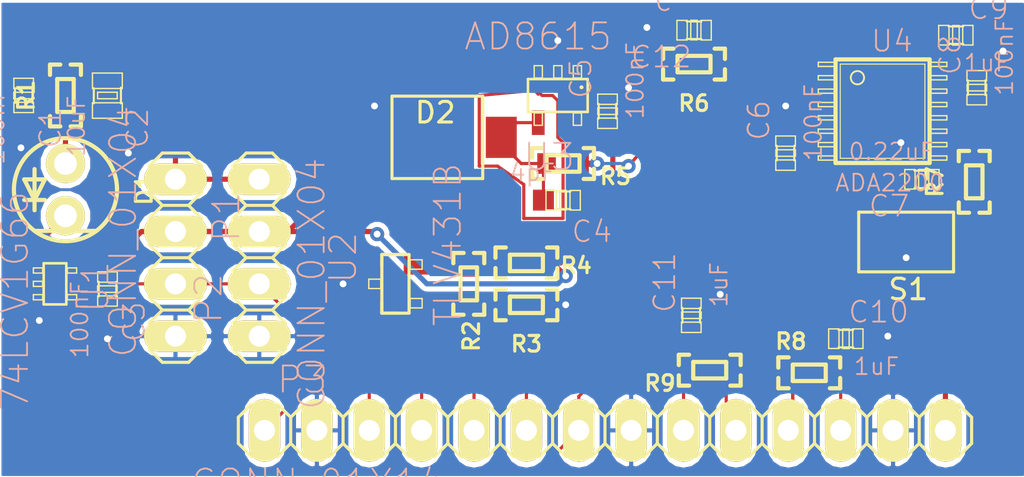
<source format=kicad_pcb>
(kicad_pcb (version 4) (host pcbnew 4.0.0-rc1-stable)

  (general
    (links 78)
    (no_connects 0)
    (area 100.88311 91.10411 152.094001 116.44945)
    (thickness 1.6)
    (drawings 25)
    (tracks 301)
    (zones 0)
    (modules 31)
    (nets 25)
  )

  (page A4)
  (layers
    (0 F.Cu signal)
    (31 B.Cu signal)
    (32 B.Adhes user hide)
    (33 F.Adhes user hide)
    (34 B.Paste user hide)
    (35 F.Paste user hide)
    (36 B.SilkS user)
    (37 F.SilkS user)
    (38 B.Mask user hide)
    (39 F.Mask user hide)
    (40 Dwgs.User user hide)
    (41 Cmts.User user)
    (42 Eco1.User user hide)
    (43 Eco2.User user hide)
    (44 Edge.Cuts user hide)
    (45 Margin user hide)
    (46 B.CrtYd user hide)
    (47 F.CrtYd user hide)
    (48 B.Fab user hide)
    (49 F.Fab user hide)
  )

  (setup
    (last_trace_width 0.25)
    (user_trace_width 0.1525)
    (trace_clearance 0.2)
    (zone_clearance 0.25)
    (zone_45_only yes)
    (trace_min 0.1525)
    (segment_width 0.2)
    (edge_width 0.15)
    (via_size 0.6)
    (via_drill 0.4)
    (via_min_size 0.4)
    (via_min_drill 0.3)
    (user_via 0.69 0.331)
    (uvia_size 0.3)
    (uvia_drill 0.1)
    (uvias_allowed no)
    (uvia_min_size 0.2)
    (uvia_min_drill 0.1)
    (pcb_text_width 0.3)
    (pcb_text_size 1.5 1.5)
    (mod_edge_width 0.15)
    (mod_text_size 1 1)
    (mod_text_width 0.15)
    (pad_size 1.524 1.524)
    (pad_drill 0.762)
    (pad_to_mask_clearance 0.01)
    (pad_to_paste_clearance 0.02)
    (aux_axis_origin 0 0)
    (visible_elements 7FFFC309)
    (pcbplotparams
      (layerselection 0x012c8_80000001)
      (usegerberextensions true)
      (excludeedgelayer true)
      (linewidth 0.100000)
      (plotframeref false)
      (viasonmask false)
      (mode 1)
      (useauxorigin false)
      (hpglpennumber 1)
      (hpglpenspeed 20)
      (hpglpendiameter 15)
      (hpglpenoverlay 2)
      (psnegative false)
      (psa4output false)
      (plotreference false)
      (plotvalue false)
      (plotinvisibletext false)
      (padsonsilk false)
      (subtractmaskfromsilk false)
      (outputformat 1)
      (mirror false)
      (drillshape 0)
      (scaleselection 1)
      (outputdirectory Gerbers/))
  )

  (net 0 "")
  (net 1 +5V)
  (net 2 GND)
  (net 3 +3V3)
  (net 4 "Net-(C4-Pad2)")
  (net 5 /VoCM)
  (net 6 "Net-(C7-Pad1)")
  (net 7 /OutPV)
  (net 8 /OutNV)
  (net 9 /RCLK_MISO)
  (net 10 /ClkIn)
  (net 11 /SyncO)
  (net 12 /MOSI)
  (net 13 /SCLK)
  (net 14 //CS)
  (net 15 /OutPS)
  (net 16 /OutNS)
  (net 17 "Net-(D1-Pad2)")
  (net 18 "Net-(R2-Pad1)")
  (net 19 "Net-(R2-Pad2)")
  (net 20 "Net-(R7-Pad2)")
  (net 21 "Net-(D1-Pad1)")
  (net 22 "Net-(U4-Pad4)")
  (net 23 "Net-(U4-Pad16)")
  (net 24 "Net-(C12-Pad1)")

  (net_class Default "This is the default net class."
    (clearance 0.2)
    (trace_width 0.25)
    (via_dia 0.6)
    (via_drill 0.4)
    (uvia_dia 0.3)
    (uvia_drill 0.1)
    (add_net +3V3)
    (add_net +5V)
    (add_net //CS)
    (add_net /ClkIn)
    (add_net /MOSI)
    (add_net /OutNS)
    (add_net /OutNV)
    (add_net /OutPS)
    (add_net /OutPV)
    (add_net /RCLK_MISO)
    (add_net /SCLK)
    (add_net /SyncO)
    (add_net /VoCM)
    (add_net GND)
    (add_net "Net-(C12-Pad1)")
    (add_net "Net-(C4-Pad2)")
    (add_net "Net-(C7-Pad1)")
    (add_net "Net-(D1-Pad1)")
    (add_net "Net-(D1-Pad2)")
    (add_net "Net-(R2-Pad1)")
    (add_net "Net-(R2-Pad2)")
    (add_net "Net-(R7-Pad2)")
    (add_net "Net-(U4-Pad16)")
    (add_net "Net-(U4-Pad4)")
  )

  (module pinhead-1:pinhead-1-1X04 (layer F.Cu) (tedit 56457C5F) (tstamp 5635474C)
    (at 114.554 104.394 90)
    (descr "PIN HEADER - 2.54")
    (tags "PIN HEADER - 2.54")
    (path /563460A3)
    (attr virtual)
    (fp_text reference P2 (at -1.9812 -2.4638 90) (layer B.SilkS)
      (effects (font (size 1.27 1.27) (thickness 0.0889)))
    )
    (fp_text value CONN_01X04 (at -1.27 2.54 90) (layer B.SilkS)
      (effects (font (size 1.27 1.27) (thickness 0.0889)))
    )
    (fp_line (start 1.016 0.254) (end 1.524 0.254) (layer F.SilkS) (width 0.06604))
    (fp_line (start 1.524 0.254) (end 1.524 -0.254) (layer F.SilkS) (width 0.06604))
    (fp_line (start 1.016 -0.254) (end 1.524 -0.254) (layer F.SilkS) (width 0.06604))
    (fp_line (start 1.016 0.254) (end 1.016 -0.254) (layer F.SilkS) (width 0.06604))
    (fp_line (start -1.524 0.254) (end -1.016 0.254) (layer F.SilkS) (width 0.06604))
    (fp_line (start -1.016 0.254) (end -1.016 -0.254) (layer F.SilkS) (width 0.06604))
    (fp_line (start -1.524 -0.254) (end -1.016 -0.254) (layer F.SilkS) (width 0.06604))
    (fp_line (start -1.524 0.254) (end -1.524 -0.254) (layer F.SilkS) (width 0.06604))
    (fp_line (start -4.064 0.254) (end -3.556 0.254) (layer F.SilkS) (width 0.06604))
    (fp_line (start -3.556 0.254) (end -3.556 -0.254) (layer F.SilkS) (width 0.06604))
    (fp_line (start -4.064 -0.254) (end -3.556 -0.254) (layer F.SilkS) (width 0.06604))
    (fp_line (start -4.064 0.254) (end -4.064 -0.254) (layer F.SilkS) (width 0.06604))
    (fp_line (start 3.556 0.254) (end 4.064 0.254) (layer F.SilkS) (width 0.06604))
    (fp_line (start 4.064 0.254) (end 4.064 -0.254) (layer F.SilkS) (width 0.06604))
    (fp_line (start 3.556 -0.254) (end 4.064 -0.254) (layer F.SilkS) (width 0.06604))
    (fp_line (start 3.556 0.254) (end 3.556 -0.254) (layer F.SilkS) (width 0.06604))
    (fp_line (start 0 -0.635) (end 0.635 -1.27) (layer F.SilkS) (width 0.1524))
    (fp_line (start 0.635 -1.27) (end 1.905 -1.27) (layer F.SilkS) (width 0.1524))
    (fp_line (start 1.905 -1.27) (end 2.54 -0.635) (layer F.SilkS) (width 0.1524))
    (fp_line (start 2.54 -0.635) (end 2.54 0.635) (layer F.SilkS) (width 0.1524))
    (fp_line (start 2.54 0.635) (end 1.905 1.27) (layer F.SilkS) (width 0.1524))
    (fp_line (start 1.905 1.27) (end 0.635 1.27) (layer F.SilkS) (width 0.1524))
    (fp_line (start 0.635 1.27) (end 0 0.635) (layer F.SilkS) (width 0.1524))
    (fp_line (start -4.445 -1.27) (end -3.175 -1.27) (layer F.SilkS) (width 0.1524))
    (fp_line (start -3.175 -1.27) (end -2.54 -0.635) (layer F.SilkS) (width 0.1524))
    (fp_line (start -2.54 -0.635) (end -2.54 0.635) (layer F.SilkS) (width 0.1524))
    (fp_line (start -2.54 0.635) (end -3.175 1.27) (layer F.SilkS) (width 0.1524))
    (fp_line (start -2.54 -0.635) (end -1.905 -1.27) (layer F.SilkS) (width 0.1524))
    (fp_line (start -1.905 -1.27) (end -0.635 -1.27) (layer F.SilkS) (width 0.1524))
    (fp_line (start -0.635 -1.27) (end 0 -0.635) (layer F.SilkS) (width 0.1524))
    (fp_line (start 0 -0.635) (end 0 0.635) (layer F.SilkS) (width 0.1524))
    (fp_line (start 0 0.635) (end -0.635 1.27) (layer F.SilkS) (width 0.1524))
    (fp_line (start -0.635 1.27) (end -1.905 1.27) (layer F.SilkS) (width 0.1524))
    (fp_line (start -1.905 1.27) (end -2.54 0.635) (layer F.SilkS) (width 0.1524))
    (fp_line (start -5.08 -0.635) (end -5.08 0.635) (layer F.SilkS) (width 0.1524))
    (fp_line (start -4.445 -1.27) (end -5.08 -0.635) (layer F.SilkS) (width 0.1524))
    (fp_line (start -5.08 0.635) (end -4.445 1.27) (layer F.SilkS) (width 0.1524))
    (fp_line (start -3.175 1.27) (end -4.445 1.27) (layer F.SilkS) (width 0.1524))
    (fp_line (start 3.175 -1.27) (end 4.445 -1.27) (layer F.SilkS) (width 0.1524))
    (fp_line (start 4.445 -1.27) (end 5.08 -0.635) (layer F.SilkS) (width 0.1524))
    (fp_line (start 5.08 -0.635) (end 5.08 0.635) (layer F.SilkS) (width 0.1524))
    (fp_line (start 5.08 0.635) (end 4.445 1.27) (layer F.SilkS) (width 0.1524))
    (fp_line (start 3.175 -1.27) (end 2.54 -0.635) (layer F.SilkS) (width 0.1524))
    (fp_line (start 2.54 0.635) (end 3.175 1.27) (layer F.SilkS) (width 0.1524))
    (fp_line (start 4.445 1.27) (end 3.175 1.27) (layer F.SilkS) (width 0.1524))
    (pad 1 thru_hole oval (at -3.81 0 90) (size 1.524 3.048) (drill 1.016) (layers *.Cu *.Mask F.SilkS)
      (net 2 GND))
    (pad 2 thru_hole oval (at -1.27 0 90) (size 1.524 3.048) (drill 1.016) (layers *.Cu *.Mask F.SilkS)
      (net 9 /RCLK_MISO))
    (pad 3 thru_hole oval (at 1.27 0 90) (size 1.524 3.048) (drill 1.016) (layers *.Cu *.Mask F.SilkS)
      (net 3 +3V3))
    (pad 4 thru_hole oval (at 3.81 0 90) (size 1.524 3.048) (drill 1.016) (layers *.Cu *.Mask F.SilkS)
      (net 1 +5V))
  )

  (module pinhead-1:pinhead-1-1X04 (layer F.Cu) (tedit 56457BD9) (tstamp 56354744)
    (at 110.49 104.394 270)
    (descr "PIN HEADER - 2.54")
    (tags "PIN HEADER - 2.54")
    (path /56346038)
    (attr virtual)
    (fp_text reference P1 (at -1.9812 -2.4638 270) (layer B.SilkS)
      (effects (font (size 1.27 1.27) (thickness 0.0889)))
    )
    (fp_text value CONN_01X04 (at -1.27 2.54 270) (layer B.SilkS)
      (effects (font (size 1.27 1.27) (thickness 0.0889)))
    )
    (fp_line (start 1.016 0.254) (end 1.524 0.254) (layer F.SilkS) (width 0.06604))
    (fp_line (start 1.524 0.254) (end 1.524 -0.254) (layer F.SilkS) (width 0.06604))
    (fp_line (start 1.016 -0.254) (end 1.524 -0.254) (layer F.SilkS) (width 0.06604))
    (fp_line (start 1.016 0.254) (end 1.016 -0.254) (layer F.SilkS) (width 0.06604))
    (fp_line (start -1.524 0.254) (end -1.016 0.254) (layer F.SilkS) (width 0.06604))
    (fp_line (start -1.016 0.254) (end -1.016 -0.254) (layer F.SilkS) (width 0.06604))
    (fp_line (start -1.524 -0.254) (end -1.016 -0.254) (layer F.SilkS) (width 0.06604))
    (fp_line (start -1.524 0.254) (end -1.524 -0.254) (layer F.SilkS) (width 0.06604))
    (fp_line (start -4.064 0.254) (end -3.556 0.254) (layer F.SilkS) (width 0.06604))
    (fp_line (start -3.556 0.254) (end -3.556 -0.254) (layer F.SilkS) (width 0.06604))
    (fp_line (start -4.064 -0.254) (end -3.556 -0.254) (layer F.SilkS) (width 0.06604))
    (fp_line (start -4.064 0.254) (end -4.064 -0.254) (layer F.SilkS) (width 0.06604))
    (fp_line (start 3.556 0.254) (end 4.064 0.254) (layer F.SilkS) (width 0.06604))
    (fp_line (start 4.064 0.254) (end 4.064 -0.254) (layer F.SilkS) (width 0.06604))
    (fp_line (start 3.556 -0.254) (end 4.064 -0.254) (layer F.SilkS) (width 0.06604))
    (fp_line (start 3.556 0.254) (end 3.556 -0.254) (layer F.SilkS) (width 0.06604))
    (fp_line (start 0 -0.635) (end 0.635 -1.27) (layer F.SilkS) (width 0.1524))
    (fp_line (start 0.635 -1.27) (end 1.905 -1.27) (layer F.SilkS) (width 0.1524))
    (fp_line (start 1.905 -1.27) (end 2.54 -0.635) (layer F.SilkS) (width 0.1524))
    (fp_line (start 2.54 -0.635) (end 2.54 0.635) (layer F.SilkS) (width 0.1524))
    (fp_line (start 2.54 0.635) (end 1.905 1.27) (layer F.SilkS) (width 0.1524))
    (fp_line (start 1.905 1.27) (end 0.635 1.27) (layer F.SilkS) (width 0.1524))
    (fp_line (start 0.635 1.27) (end 0 0.635) (layer F.SilkS) (width 0.1524))
    (fp_line (start -4.445 -1.27) (end -3.175 -1.27) (layer F.SilkS) (width 0.1524))
    (fp_line (start -3.175 -1.27) (end -2.54 -0.635) (layer F.SilkS) (width 0.1524))
    (fp_line (start -2.54 -0.635) (end -2.54 0.635) (layer F.SilkS) (width 0.1524))
    (fp_line (start -2.54 0.635) (end -3.175 1.27) (layer F.SilkS) (width 0.1524))
    (fp_line (start -2.54 -0.635) (end -1.905 -1.27) (layer F.SilkS) (width 0.1524))
    (fp_line (start -1.905 -1.27) (end -0.635 -1.27) (layer F.SilkS) (width 0.1524))
    (fp_line (start -0.635 -1.27) (end 0 -0.635) (layer F.SilkS) (width 0.1524))
    (fp_line (start 0 -0.635) (end 0 0.635) (layer F.SilkS) (width 0.1524))
    (fp_line (start 0 0.635) (end -0.635 1.27) (layer F.SilkS) (width 0.1524))
    (fp_line (start -0.635 1.27) (end -1.905 1.27) (layer F.SilkS) (width 0.1524))
    (fp_line (start -1.905 1.27) (end -2.54 0.635) (layer F.SilkS) (width 0.1524))
    (fp_line (start -5.08 -0.635) (end -5.08 0.635) (layer F.SilkS) (width 0.1524))
    (fp_line (start -4.445 -1.27) (end -5.08 -0.635) (layer F.SilkS) (width 0.1524))
    (fp_line (start -5.08 0.635) (end -4.445 1.27) (layer F.SilkS) (width 0.1524))
    (fp_line (start -3.175 1.27) (end -4.445 1.27) (layer F.SilkS) (width 0.1524))
    (fp_line (start 3.175 -1.27) (end 4.445 -1.27) (layer F.SilkS) (width 0.1524))
    (fp_line (start 4.445 -1.27) (end 5.08 -0.635) (layer F.SilkS) (width 0.1524))
    (fp_line (start 5.08 -0.635) (end 5.08 0.635) (layer F.SilkS) (width 0.1524))
    (fp_line (start 5.08 0.635) (end 4.445 1.27) (layer F.SilkS) (width 0.1524))
    (fp_line (start 3.175 -1.27) (end 2.54 -0.635) (layer F.SilkS) (width 0.1524))
    (fp_line (start 2.54 0.635) (end 3.175 1.27) (layer F.SilkS) (width 0.1524))
    (fp_line (start 4.445 1.27) (end 3.175 1.27) (layer F.SilkS) (width 0.1524))
    (pad 1 thru_hole oval (at -3.81 0 270) (size 1.524 3.048) (drill 1.016) (layers *.Cu *.Mask F.SilkS)
      (net 1 +5V))
    (pad 2 thru_hole oval (at -1.27 0 270) (size 1.524 3.048) (drill 1.016) (layers *.Cu *.Mask F.SilkS)
      (net 3 +3V3))
    (pad 3 thru_hole oval (at 1.27 0 270) (size 1.524 3.048) (drill 1.016) (layers *.Cu *.Mask F.SilkS)
      (net 9 /RCLK_MISO))
    (pad 4 thru_hole oval (at 3.81 0 270) (size 1.524 3.048) (drill 1.016) (layers *.Cu *.Mask F.SilkS)
      (net 2 GND))
  )

  (module pinhead-1:pinhead-1-1X14 (layer F.Cu) (tedit 56457B3F) (tstamp 5635475E)
    (at 131.318 112.776)
    (descr "PIN HEADER - 2.54")
    (tags "PIN HEADER - 2.54")
    (path /563528DA)
    (attr virtual)
    (fp_text reference P3 (at -14.6812 -2.4638) (layer B.SilkS)
      (effects (font (size 1.27 1.27) (thickness 0.0889)))
    )
    (fp_text value CONN_01X14 (at -13.97 2.54) (layer B.SilkS)
      (effects (font (size 1.27 1.27) (thickness 0.0889)))
    )
    (fp_line (start 13.716 0.254) (end 14.224 0.254) (layer F.SilkS) (width 0.06604))
    (fp_line (start 14.224 0.254) (end 14.224 -0.254) (layer F.SilkS) (width 0.06604))
    (fp_line (start 13.716 -0.254) (end 14.224 -0.254) (layer F.SilkS) (width 0.06604))
    (fp_line (start 13.716 0.254) (end 13.716 -0.254) (layer F.SilkS) (width 0.06604))
    (fp_line (start 11.176 0.254) (end 11.684 0.254) (layer F.SilkS) (width 0.06604))
    (fp_line (start 11.684 0.254) (end 11.684 -0.254) (layer F.SilkS) (width 0.06604))
    (fp_line (start 11.176 -0.254) (end 11.684 -0.254) (layer F.SilkS) (width 0.06604))
    (fp_line (start 11.176 0.254) (end 11.176 -0.254) (layer F.SilkS) (width 0.06604))
    (fp_line (start 8.636 0.254) (end 9.144 0.254) (layer F.SilkS) (width 0.06604))
    (fp_line (start 9.144 0.254) (end 9.144 -0.254) (layer F.SilkS) (width 0.06604))
    (fp_line (start 8.636 -0.254) (end 9.144 -0.254) (layer F.SilkS) (width 0.06604))
    (fp_line (start 8.636 0.254) (end 8.636 -0.254) (layer F.SilkS) (width 0.06604))
    (fp_line (start 6.096 0.254) (end 6.604 0.254) (layer F.SilkS) (width 0.06604))
    (fp_line (start 6.604 0.254) (end 6.604 -0.254) (layer F.SilkS) (width 0.06604))
    (fp_line (start 6.096 -0.254) (end 6.604 -0.254) (layer F.SilkS) (width 0.06604))
    (fp_line (start 6.096 0.254) (end 6.096 -0.254) (layer F.SilkS) (width 0.06604))
    (fp_line (start 3.556 0.254) (end 4.064 0.254) (layer F.SilkS) (width 0.06604))
    (fp_line (start 4.064 0.254) (end 4.064 -0.254) (layer F.SilkS) (width 0.06604))
    (fp_line (start 3.556 -0.254) (end 4.064 -0.254) (layer F.SilkS) (width 0.06604))
    (fp_line (start 3.556 0.254) (end 3.556 -0.254) (layer F.SilkS) (width 0.06604))
    (fp_line (start 1.016 0.254) (end 1.524 0.254) (layer F.SilkS) (width 0.06604))
    (fp_line (start 1.524 0.254) (end 1.524 -0.254) (layer F.SilkS) (width 0.06604))
    (fp_line (start 1.016 -0.254) (end 1.524 -0.254) (layer F.SilkS) (width 0.06604))
    (fp_line (start 1.016 0.254) (end 1.016 -0.254) (layer F.SilkS) (width 0.06604))
    (fp_line (start -1.524 0.254) (end -1.016 0.254) (layer F.SilkS) (width 0.06604))
    (fp_line (start -1.016 0.254) (end -1.016 -0.254) (layer F.SilkS) (width 0.06604))
    (fp_line (start -1.524 -0.254) (end -1.016 -0.254) (layer F.SilkS) (width 0.06604))
    (fp_line (start -1.524 0.254) (end -1.524 -0.254) (layer F.SilkS) (width 0.06604))
    (fp_line (start -4.064 0.254) (end -3.556 0.254) (layer F.SilkS) (width 0.06604))
    (fp_line (start -3.556 0.254) (end -3.556 -0.254) (layer F.SilkS) (width 0.06604))
    (fp_line (start -4.064 -0.254) (end -3.556 -0.254) (layer F.SilkS) (width 0.06604))
    (fp_line (start -4.064 0.254) (end -4.064 -0.254) (layer F.SilkS) (width 0.06604))
    (fp_line (start -6.604 0.254) (end -6.096 0.254) (layer F.SilkS) (width 0.06604))
    (fp_line (start -6.096 0.254) (end -6.096 -0.254) (layer F.SilkS) (width 0.06604))
    (fp_line (start -6.604 -0.254) (end -6.096 -0.254) (layer F.SilkS) (width 0.06604))
    (fp_line (start -6.604 0.254) (end -6.604 -0.254) (layer F.SilkS) (width 0.06604))
    (fp_line (start -9.144 0.254) (end -8.636 0.254) (layer F.SilkS) (width 0.06604))
    (fp_line (start -8.636 0.254) (end -8.636 -0.254) (layer F.SilkS) (width 0.06604))
    (fp_line (start -9.144 -0.254) (end -8.636 -0.254) (layer F.SilkS) (width 0.06604))
    (fp_line (start -9.144 0.254) (end -9.144 -0.254) (layer F.SilkS) (width 0.06604))
    (fp_line (start -11.684 0.254) (end -11.176 0.254) (layer F.SilkS) (width 0.06604))
    (fp_line (start -11.176 0.254) (end -11.176 -0.254) (layer F.SilkS) (width 0.06604))
    (fp_line (start -11.684 -0.254) (end -11.176 -0.254) (layer F.SilkS) (width 0.06604))
    (fp_line (start -11.684 0.254) (end -11.684 -0.254) (layer F.SilkS) (width 0.06604))
    (fp_line (start -14.224 0.254) (end -13.716 0.254) (layer F.SilkS) (width 0.06604))
    (fp_line (start -13.716 0.254) (end -13.716 -0.254) (layer F.SilkS) (width 0.06604))
    (fp_line (start -14.224 -0.254) (end -13.716 -0.254) (layer F.SilkS) (width 0.06604))
    (fp_line (start -14.224 0.254) (end -14.224 -0.254) (layer F.SilkS) (width 0.06604))
    (fp_line (start -16.764 0.254) (end -16.256 0.254) (layer F.SilkS) (width 0.06604))
    (fp_line (start -16.256 0.254) (end -16.256 -0.254) (layer F.SilkS) (width 0.06604))
    (fp_line (start -16.764 -0.254) (end -16.256 -0.254) (layer F.SilkS) (width 0.06604))
    (fp_line (start -16.764 0.254) (end -16.764 -0.254) (layer F.SilkS) (width 0.06604))
    (fp_line (start 16.256 0.254) (end 16.764 0.254) (layer F.SilkS) (width 0.06604))
    (fp_line (start 16.764 0.254) (end 16.764 -0.254) (layer F.SilkS) (width 0.06604))
    (fp_line (start 16.256 -0.254) (end 16.764 -0.254) (layer F.SilkS) (width 0.06604))
    (fp_line (start 16.256 0.254) (end 16.256 -0.254) (layer F.SilkS) (width 0.06604))
    (fp_line (start 13.335 -1.27) (end 14.605 -1.27) (layer F.SilkS) (width 0.1524))
    (fp_line (start 14.605 -1.27) (end 15.24 -0.635) (layer F.SilkS) (width 0.1524))
    (fp_line (start 15.24 -0.635) (end 15.24 0.635) (layer F.SilkS) (width 0.1524))
    (fp_line (start 15.24 0.635) (end 14.605 1.27) (layer F.SilkS) (width 0.1524))
    (fp_line (start 10.16 -0.635) (end 10.795 -1.27) (layer F.SilkS) (width 0.1524))
    (fp_line (start 10.795 -1.27) (end 12.065 -1.27) (layer F.SilkS) (width 0.1524))
    (fp_line (start 12.065 -1.27) (end 12.7 -0.635) (layer F.SilkS) (width 0.1524))
    (fp_line (start 12.7 -0.635) (end 12.7 0.635) (layer F.SilkS) (width 0.1524))
    (fp_line (start 12.7 0.635) (end 12.065 1.27) (layer F.SilkS) (width 0.1524))
    (fp_line (start 12.065 1.27) (end 10.795 1.27) (layer F.SilkS) (width 0.1524))
    (fp_line (start 10.795 1.27) (end 10.16 0.635) (layer F.SilkS) (width 0.1524))
    (fp_line (start 13.335 -1.27) (end 12.7 -0.635) (layer F.SilkS) (width 0.1524))
    (fp_line (start 12.7 0.635) (end 13.335 1.27) (layer F.SilkS) (width 0.1524))
    (fp_line (start 14.605 1.27) (end 13.335 1.27) (layer F.SilkS) (width 0.1524))
    (fp_line (start 5.715 -1.27) (end 6.985 -1.27) (layer F.SilkS) (width 0.1524))
    (fp_line (start 6.985 -1.27) (end 7.62 -0.635) (layer F.SilkS) (width 0.1524))
    (fp_line (start 7.62 -0.635) (end 7.62 0.635) (layer F.SilkS) (width 0.1524))
    (fp_line (start 7.62 0.635) (end 6.985 1.27) (layer F.SilkS) (width 0.1524))
    (fp_line (start 7.62 -0.635) (end 8.255 -1.27) (layer F.SilkS) (width 0.1524))
    (fp_line (start 8.255 -1.27) (end 9.525 -1.27) (layer F.SilkS) (width 0.1524))
    (fp_line (start 9.525 -1.27) (end 10.16 -0.635) (layer F.SilkS) (width 0.1524))
    (fp_line (start 10.16 -0.635) (end 10.16 0.635) (layer F.SilkS) (width 0.1524))
    (fp_line (start 10.16 0.635) (end 9.525 1.27) (layer F.SilkS) (width 0.1524))
    (fp_line (start 9.525 1.27) (end 8.255 1.27) (layer F.SilkS) (width 0.1524))
    (fp_line (start 8.255 1.27) (end 7.62 0.635) (layer F.SilkS) (width 0.1524))
    (fp_line (start 2.54 -0.635) (end 3.175 -1.27) (layer F.SilkS) (width 0.1524))
    (fp_line (start 3.175 -1.27) (end 4.445 -1.27) (layer F.SilkS) (width 0.1524))
    (fp_line (start 4.445 -1.27) (end 5.08 -0.635) (layer F.SilkS) (width 0.1524))
    (fp_line (start 5.08 -0.635) (end 5.08 0.635) (layer F.SilkS) (width 0.1524))
    (fp_line (start 5.08 0.635) (end 4.445 1.27) (layer F.SilkS) (width 0.1524))
    (fp_line (start 4.445 1.27) (end 3.175 1.27) (layer F.SilkS) (width 0.1524))
    (fp_line (start 3.175 1.27) (end 2.54 0.635) (layer F.SilkS) (width 0.1524))
    (fp_line (start 5.715 -1.27) (end 5.08 -0.635) (layer F.SilkS) (width 0.1524))
    (fp_line (start 5.08 0.635) (end 5.715 1.27) (layer F.SilkS) (width 0.1524))
    (fp_line (start 6.985 1.27) (end 5.715 1.27) (layer F.SilkS) (width 0.1524))
    (fp_line (start -1.905 -1.27) (end -0.635 -1.27) (layer F.SilkS) (width 0.1524))
    (fp_line (start -0.635 -1.27) (end 0 -0.635) (layer F.SilkS) (width 0.1524))
    (fp_line (start 0 -0.635) (end 0 0.635) (layer F.SilkS) (width 0.1524))
    (fp_line (start 0 0.635) (end -0.635 1.27) (layer F.SilkS) (width 0.1524))
    (fp_line (start 0 -0.635) (end 0.635 -1.27) (layer F.SilkS) (width 0.1524))
    (fp_line (start 0.635 -1.27) (end 1.905 -1.27) (layer F.SilkS) (width 0.1524))
    (fp_line (start 1.905 -1.27) (end 2.54 -0.635) (layer F.SilkS) (width 0.1524))
    (fp_line (start 2.54 -0.635) (end 2.54 0.635) (layer F.SilkS) (width 0.1524))
    (fp_line (start 2.54 0.635) (end 1.905 1.27) (layer F.SilkS) (width 0.1524))
    (fp_line (start 1.905 1.27) (end 0.635 1.27) (layer F.SilkS) (width 0.1524))
    (fp_line (start 0.635 1.27) (end 0 0.635) (layer F.SilkS) (width 0.1524))
    (fp_line (start -5.08 -0.635) (end -4.445 -1.27) (layer F.SilkS) (width 0.1524))
    (fp_line (start -4.445 -1.27) (end -3.175 -1.27) (layer F.SilkS) (width 0.1524))
    (fp_line (start -3.175 -1.27) (end -2.54 -0.635) (layer F.SilkS) (width 0.1524))
    (fp_line (start -2.54 -0.635) (end -2.54 0.635) (layer F.SilkS) (width 0.1524))
    (fp_line (start -2.54 0.635) (end -3.175 1.27) (layer F.SilkS) (width 0.1524))
    (fp_line (start -3.175 1.27) (end -4.445 1.27) (layer F.SilkS) (width 0.1524))
    (fp_line (start -4.445 1.27) (end -5.08 0.635) (layer F.SilkS) (width 0.1524))
    (fp_line (start -1.905 -1.27) (end -2.54 -0.635) (layer F.SilkS) (width 0.1524))
    (fp_line (start -2.54 0.635) (end -1.905 1.27) (layer F.SilkS) (width 0.1524))
    (fp_line (start -0.635 1.27) (end -1.905 1.27) (layer F.SilkS) (width 0.1524))
    (fp_line (start -9.525 -1.27) (end -8.255 -1.27) (layer F.SilkS) (width 0.1524))
    (fp_line (start -8.255 -1.27) (end -7.62 -0.635) (layer F.SilkS) (width 0.1524))
    (fp_line (start -7.62 -0.635) (end -7.62 0.635) (layer F.SilkS) (width 0.1524))
    (fp_line (start -7.62 0.635) (end -8.255 1.27) (layer F.SilkS) (width 0.1524))
    (fp_line (start -7.62 -0.635) (end -6.985 -1.27) (layer F.SilkS) (width 0.1524))
    (fp_line (start -6.985 -1.27) (end -5.715 -1.27) (layer F.SilkS) (width 0.1524))
    (fp_line (start -5.715 -1.27) (end -5.08 -0.635) (layer F.SilkS) (width 0.1524))
    (fp_line (start -5.08 -0.635) (end -5.08 0.635) (layer F.SilkS) (width 0.1524))
    (fp_line (start -5.08 0.635) (end -5.715 1.27) (layer F.SilkS) (width 0.1524))
    (fp_line (start -5.715 1.27) (end -6.985 1.27) (layer F.SilkS) (width 0.1524))
    (fp_line (start -6.985 1.27) (end -7.62 0.635) (layer F.SilkS) (width 0.1524))
    (fp_line (start -12.7 -0.635) (end -12.065 -1.27) (layer F.SilkS) (width 0.1524))
    (fp_line (start -12.065 -1.27) (end -10.795 -1.27) (layer F.SilkS) (width 0.1524))
    (fp_line (start -10.795 -1.27) (end -10.16 -0.635) (layer F.SilkS) (width 0.1524))
    (fp_line (start -10.16 -0.635) (end -10.16 0.635) (layer F.SilkS) (width 0.1524))
    (fp_line (start -10.16 0.635) (end -10.795 1.27) (layer F.SilkS) (width 0.1524))
    (fp_line (start -10.795 1.27) (end -12.065 1.27) (layer F.SilkS) (width 0.1524))
    (fp_line (start -12.065 1.27) (end -12.7 0.635) (layer F.SilkS) (width 0.1524))
    (fp_line (start -9.525 -1.27) (end -10.16 -0.635) (layer F.SilkS) (width 0.1524))
    (fp_line (start -10.16 0.635) (end -9.525 1.27) (layer F.SilkS) (width 0.1524))
    (fp_line (start -8.255 1.27) (end -9.525 1.27) (layer F.SilkS) (width 0.1524))
    (fp_line (start -17.145 -1.27) (end -15.875 -1.27) (layer F.SilkS) (width 0.1524))
    (fp_line (start -15.875 -1.27) (end -15.24 -0.635) (layer F.SilkS) (width 0.1524))
    (fp_line (start -15.24 -0.635) (end -15.24 0.635) (layer F.SilkS) (width 0.1524))
    (fp_line (start -15.24 0.635) (end -15.875 1.27) (layer F.SilkS) (width 0.1524))
    (fp_line (start -15.24 -0.635) (end -14.605 -1.27) (layer F.SilkS) (width 0.1524))
    (fp_line (start -14.605 -1.27) (end -13.335 -1.27) (layer F.SilkS) (width 0.1524))
    (fp_line (start -13.335 -1.27) (end -12.7 -0.635) (layer F.SilkS) (width 0.1524))
    (fp_line (start -12.7 -0.635) (end -12.7 0.635) (layer F.SilkS) (width 0.1524))
    (fp_line (start -12.7 0.635) (end -13.335 1.27) (layer F.SilkS) (width 0.1524))
    (fp_line (start -13.335 1.27) (end -14.605 1.27) (layer F.SilkS) (width 0.1524))
    (fp_line (start -14.605 1.27) (end -15.24 0.635) (layer F.SilkS) (width 0.1524))
    (fp_line (start -17.78 -0.635) (end -17.78 0.635) (layer F.SilkS) (width 0.1524))
    (fp_line (start -17.145 -1.27) (end -17.78 -0.635) (layer F.SilkS) (width 0.1524))
    (fp_line (start -17.78 0.635) (end -17.145 1.27) (layer F.SilkS) (width 0.1524))
    (fp_line (start -15.875 1.27) (end -17.145 1.27) (layer F.SilkS) (width 0.1524))
    (fp_line (start 15.24 -0.635) (end 15.875 -1.27) (layer F.SilkS) (width 0.1524))
    (fp_line (start 15.875 -1.27) (end 17.145 -1.27) (layer F.SilkS) (width 0.1524))
    (fp_line (start 17.145 -1.27) (end 17.78 -0.635) (layer F.SilkS) (width 0.1524))
    (fp_line (start 17.78 -0.635) (end 17.78 0.635) (layer F.SilkS) (width 0.1524))
    (fp_line (start 17.78 0.635) (end 17.145 1.27) (layer F.SilkS) (width 0.1524))
    (fp_line (start 17.145 1.27) (end 15.875 1.27) (layer F.SilkS) (width 0.1524))
    (fp_line (start 15.875 1.27) (end 15.24 0.635) (layer F.SilkS) (width 0.1524))
    (pad 1 thru_hole oval (at -16.51 0) (size 1.524 3.048) (drill 1.016) (layers *.Cu *.Mask F.SilkS)
      (net 10 /ClkIn))
    (pad 2 thru_hole oval (at -13.97 0) (size 1.524 3.048) (drill 1.016) (layers *.Cu *.Mask F.SilkS)
      (net 2 GND))
    (pad 3 thru_hole oval (at -11.43 0) (size 1.524 3.048) (drill 1.016) (layers *.Cu *.Mask F.SilkS)
      (net 11 /SyncO))
    (pad 4 thru_hole oval (at -8.89 0) (size 1.524 3.048) (drill 1.016) (layers *.Cu *.Mask F.SilkS)
      (net 14 //CS))
    (pad 5 thru_hole oval (at -6.35 0) (size 1.524 3.048) (drill 1.016) (layers *.Cu *.Mask F.SilkS)
      (net 13 /SCLK))
    (pad 6 thru_hole oval (at -3.81 0) (size 1.524 3.048) (drill 1.016) (layers *.Cu *.Mask F.SilkS)
      (net 12 /MOSI))
    (pad 7 thru_hole oval (at -1.27 0) (size 1.524 3.048) (drill 1.016) (layers *.Cu *.Mask F.SilkS)
      (net 9 /RCLK_MISO))
    (pad 8 thru_hole oval (at 1.27 0) (size 1.524 3.048) (drill 1.016) (layers *.Cu *.Mask F.SilkS)
      (net 2 GND))
    (pad 9 thru_hole oval (at 3.81 0) (size 1.524 3.048) (drill 1.016) (layers *.Cu *.Mask F.SilkS)
      (net 8 /OutNV))
    (pad 10 thru_hole oval (at 6.35 0) (size 1.524 3.048) (drill 1.016) (layers *.Cu *.Mask F.SilkS)
      (net 16 /OutNS))
    (pad 11 thru_hole oval (at 8.89 0) (size 1.524 3.048) (drill 1.016) (layers *.Cu *.Mask F.SilkS)
      (net 15 /OutPS))
    (pad 12 thru_hole oval (at 11.43 0) (size 1.524 3.048) (drill 1.016) (layers *.Cu *.Mask F.SilkS)
      (net 7 /OutPV))
    (pad 13 thru_hole oval (at 13.97 0) (size 1.524 3.048) (drill 1.016) (layers *.Cu *.Mask F.SilkS)
      (net 2 GND))
    (pad 14 thru_hole oval (at 16.51 0) (size 1.524 3.048) (drill 1.016) (layers *.Cu *.Mask F.SilkS)
      (net 3 +3V3))
  )

  (module cap-master:cap-master-0603 (layer F.Cu) (tedit 200000) (tstamp 563546F4)
    (at 103.124 96.52 270)
    (descr "SMD CHIP CAP")
    (tags "SMD CHIP CAP")
    (path /5622A4B8)
    (attr smd)
    (fp_text reference C1 (at 1.5875 -1.30048 270) (layer B.SilkS)
      (effects (font (size 1.016 1.016) (thickness 0.0889)))
    )
    (fp_text value 100nF (at 1.4859 1.33858 270) (layer B.SilkS)
      (effects (font (size 0.8128 0.8128) (thickness 0.0889)))
    )
    (fp_line (start -0.83566 0.4699) (end -0.33528 0.4699) (layer F.SilkS) (width 0.06604))
    (fp_line (start -0.33528 0.4699) (end -0.33528 -0.48006) (layer F.SilkS) (width 0.06604))
    (fp_line (start -0.83566 -0.48006) (end -0.33528 -0.48006) (layer F.SilkS) (width 0.06604))
    (fp_line (start -0.83566 0.4699) (end -0.83566 -0.48006) (layer F.SilkS) (width 0.06604))
    (fp_line (start 0.3302 0.4699) (end 0.82804 0.4699) (layer F.SilkS) (width 0.06604))
    (fp_line (start 0.82804 0.4699) (end 0.82804 -0.48006) (layer F.SilkS) (width 0.06604))
    (fp_line (start 0.3302 -0.48006) (end 0.82804 -0.48006) (layer F.SilkS) (width 0.06604))
    (fp_line (start 0.3302 0.4699) (end 0.3302 -0.48006) (layer F.SilkS) (width 0.06604))
    (fp_line (start -0.15748 0.47498) (end 0.15748 0.47498) (layer F.SilkS) (width 0.06604))
    (fp_line (start 0.15748 0.47498) (end 0.15748 -0.47498) (layer F.SilkS) (width 0.06604))
    (fp_line (start -0.15748 -0.47498) (end 0.15748 -0.47498) (layer F.SilkS) (width 0.06604))
    (fp_line (start -0.15748 0.47498) (end -0.15748 -0.47498) (layer F.SilkS) (width 0.06604))
    (fp_line (start -0.3556 -0.4318) (end 0.3556 -0.4318) (layer F.SilkS) (width 0.1016))
    (fp_line (start -0.3556 0.41656) (end 0.3556 0.41656) (layer F.SilkS) (width 0.1016))
    (pad 1 smd rect (at -0.9525 0 270) (size 1.016 1.016) (layers F.Cu F.Paste F.Mask)
      (net 1 +5V))
    (pad 2 smd rect (at 0.9525 0 270) (size 1.016 1.016) (layers F.Cu F.Paste F.Mask)
      (net 2 GND))
  )

  (module cap-master:cap-master-0805 (layer F.Cu) (tedit 200000) (tstamp 563546FA)
    (at 107.188 96.52 270)
    (descr "SMD CHIP CAP")
    (tags "SMD CHIP CAP")
    (path /5622A423)
    (attr smd)
    (fp_text reference C2 (at 1.5875 -1.4605 270) (layer B.SilkS)
      (effects (font (size 1.016 1.016) (thickness 0.0889)))
    )
    (fp_text value 10uF (at 1.4859 1.4986 270) (layer B.SilkS)
      (effects (font (size 0.8128 0.8128) (thickness 0.0889)))
    )
    (fp_line (start -1.08966 0.7239) (end -0.34036 0.7239) (layer F.SilkS) (width 0.06604))
    (fp_line (start -0.34036 0.7239) (end -0.34036 -0.7239) (layer F.SilkS) (width 0.06604))
    (fp_line (start -1.08966 -0.7239) (end -0.34036 -0.7239) (layer F.SilkS) (width 0.06604))
    (fp_line (start -1.08966 0.7239) (end -1.08966 -0.7239) (layer F.SilkS) (width 0.06604))
    (fp_line (start 0.3556 0.7239) (end 1.1049 0.7239) (layer F.SilkS) (width 0.06604))
    (fp_line (start 1.1049 0.7239) (end 1.1049 -0.7239) (layer F.SilkS) (width 0.06604))
    (fp_line (start 0.3556 -0.7239) (end 1.1049 -0.7239) (layer F.SilkS) (width 0.06604))
    (fp_line (start 0.3556 0.7239) (end 0.3556 -0.7239) (layer F.SilkS) (width 0.06604))
    (fp_line (start -0.15748 0.47498) (end 0.15748 0.47498) (layer F.SilkS) (width 0.06604))
    (fp_line (start 0.15748 0.47498) (end 0.15748 -0.47498) (layer F.SilkS) (width 0.06604))
    (fp_line (start -0.15748 -0.47498) (end 0.15748 -0.47498) (layer F.SilkS) (width 0.06604))
    (fp_line (start -0.15748 0.47498) (end -0.15748 -0.47498) (layer F.SilkS) (width 0.06604))
    (fp_line (start -0.381 -0.65786) (end 0.381 -0.65786) (layer F.SilkS) (width 0.1016))
    (fp_line (start -0.3556 0.65786) (end 0.381 0.65786) (layer F.SilkS) (width 0.1016))
    (pad 1 smd rect (at -0.9525 0 270) (size 1.27 1.524) (layers F.Cu F.Paste F.Mask)
      (net 1 +5V))
    (pad 2 smd rect (at 0.9525 0 270) (size 1.27 1.524) (layers F.Cu F.Paste F.Mask)
      (net 2 GND))
  )

  (module cap-master:cap-master-0603 (layer F.Cu) (tedit 200000) (tstamp 56354700)
    (at 107.188 105.918 270)
    (descr "SMD CHIP CAP")
    (tags "SMD CHIP CAP")
    (path /56229C24)
    (attr smd)
    (fp_text reference C3 (at 1.5875 -1.30048 270) (layer B.SilkS)
      (effects (font (size 1.016 1.016) (thickness 0.0889)))
    )
    (fp_text value 100nF (at 1.4859 1.33858 270) (layer B.SilkS)
      (effects (font (size 0.8128 0.8128) (thickness 0.0889)))
    )
    (fp_line (start -0.83566 0.4699) (end -0.33528 0.4699) (layer F.SilkS) (width 0.06604))
    (fp_line (start -0.33528 0.4699) (end -0.33528 -0.48006) (layer F.SilkS) (width 0.06604))
    (fp_line (start -0.83566 -0.48006) (end -0.33528 -0.48006) (layer F.SilkS) (width 0.06604))
    (fp_line (start -0.83566 0.4699) (end -0.83566 -0.48006) (layer F.SilkS) (width 0.06604))
    (fp_line (start 0.3302 0.4699) (end 0.82804 0.4699) (layer F.SilkS) (width 0.06604))
    (fp_line (start 0.82804 0.4699) (end 0.82804 -0.48006) (layer F.SilkS) (width 0.06604))
    (fp_line (start 0.3302 -0.48006) (end 0.82804 -0.48006) (layer F.SilkS) (width 0.06604))
    (fp_line (start 0.3302 0.4699) (end 0.3302 -0.48006) (layer F.SilkS) (width 0.06604))
    (fp_line (start -0.15748 0.47498) (end 0.15748 0.47498) (layer F.SilkS) (width 0.06604))
    (fp_line (start 0.15748 0.47498) (end 0.15748 -0.47498) (layer F.SilkS) (width 0.06604))
    (fp_line (start -0.15748 -0.47498) (end 0.15748 -0.47498) (layer F.SilkS) (width 0.06604))
    (fp_line (start -0.15748 0.47498) (end -0.15748 -0.47498) (layer F.SilkS) (width 0.06604))
    (fp_line (start -0.3556 -0.4318) (end 0.3556 -0.4318) (layer F.SilkS) (width 0.1016))
    (fp_line (start -0.3556 0.41656) (end 0.3556 0.41656) (layer F.SilkS) (width 0.1016))
    (pad 1 smd rect (at -0.9525 0 270) (size 1.016 1.016) (layers F.Cu F.Paste F.Mask)
      (net 3 +3V3))
    (pad 2 smd rect (at 0.9525 0 270) (size 1.016 1.016) (layers F.Cu F.Paste F.Mask)
      (net 2 GND))
  )

  (module cap-master:cap-master-0603 (layer F.Cu) (tedit 564287A0) (tstamp 56354706)
    (at 129.286 101.6 180)
    (descr "SMD CHIP CAP")
    (tags "SMD CHIP CAP")
    (path /56229D79)
    (attr smd)
    (fp_text reference C4 (at -1.397 -1.524 180) (layer B.SilkS)
      (effects (font (size 1.016 1.016) (thickness 0.0889)))
    )
    (fp_text value 4pF (at 1.4859 1.33858 180) (layer B.SilkS)
      (effects (font (size 0.8128 0.8128) (thickness 0.0889)))
    )
    (fp_line (start -0.83566 0.4699) (end -0.33528 0.4699) (layer F.SilkS) (width 0.06604))
    (fp_line (start -0.33528 0.4699) (end -0.33528 -0.48006) (layer F.SilkS) (width 0.06604))
    (fp_line (start -0.83566 -0.48006) (end -0.33528 -0.48006) (layer F.SilkS) (width 0.06604))
    (fp_line (start -0.83566 0.4699) (end -0.83566 -0.48006) (layer F.SilkS) (width 0.06604))
    (fp_line (start 0.3302 0.4699) (end 0.82804 0.4699) (layer F.SilkS) (width 0.06604))
    (fp_line (start 0.82804 0.4699) (end 0.82804 -0.48006) (layer F.SilkS) (width 0.06604))
    (fp_line (start 0.3302 -0.48006) (end 0.82804 -0.48006) (layer F.SilkS) (width 0.06604))
    (fp_line (start 0.3302 0.4699) (end 0.3302 -0.48006) (layer F.SilkS) (width 0.06604))
    (fp_line (start -0.15748 0.47498) (end 0.15748 0.47498) (layer F.SilkS) (width 0.06604))
    (fp_line (start 0.15748 0.47498) (end 0.15748 -0.47498) (layer F.SilkS) (width 0.06604))
    (fp_line (start -0.15748 -0.47498) (end 0.15748 -0.47498) (layer F.SilkS) (width 0.06604))
    (fp_line (start -0.15748 0.47498) (end -0.15748 -0.47498) (layer F.SilkS) (width 0.06604))
    (fp_line (start -0.3556 -0.4318) (end 0.3556 -0.4318) (layer F.SilkS) (width 0.1016))
    (fp_line (start -0.3556 0.41656) (end 0.3556 0.41656) (layer F.SilkS) (width 0.1016))
    (pad 1 smd rect (at -0.9525 0 180) (size 1.016 1.016) (layers F.Cu F.Paste F.Mask)
      (net 24 "Net-(C12-Pad1)"))
    (pad 2 smd rect (at 0.9525 0 180) (size 1.016 1.016) (layers F.Cu F.Paste F.Mask)
      (net 4 "Net-(C4-Pad2)"))
  )

  (module cap-master:cap-master-0603 (layer F.Cu) (tedit 200000) (tstamp 5635470C)
    (at 131.445 97.282 90)
    (descr "SMD CHIP CAP")
    (tags "SMD CHIP CAP")
    (path /5622A1D5)
    (attr smd)
    (fp_text reference C5 (at 1.5875 -1.30048 90) (layer B.SilkS)
      (effects (font (size 1.016 1.016) (thickness 0.0889)))
    )
    (fp_text value 100nF (at 1.4859 1.33858 90) (layer B.SilkS)
      (effects (font (size 0.8128 0.8128) (thickness 0.0889)))
    )
    (fp_line (start -0.83566 0.4699) (end -0.33528 0.4699) (layer F.SilkS) (width 0.06604))
    (fp_line (start -0.33528 0.4699) (end -0.33528 -0.48006) (layer F.SilkS) (width 0.06604))
    (fp_line (start -0.83566 -0.48006) (end -0.33528 -0.48006) (layer F.SilkS) (width 0.06604))
    (fp_line (start -0.83566 0.4699) (end -0.83566 -0.48006) (layer F.SilkS) (width 0.06604))
    (fp_line (start 0.3302 0.4699) (end 0.82804 0.4699) (layer F.SilkS) (width 0.06604))
    (fp_line (start 0.82804 0.4699) (end 0.82804 -0.48006) (layer F.SilkS) (width 0.06604))
    (fp_line (start 0.3302 -0.48006) (end 0.82804 -0.48006) (layer F.SilkS) (width 0.06604))
    (fp_line (start 0.3302 0.4699) (end 0.3302 -0.48006) (layer F.SilkS) (width 0.06604))
    (fp_line (start -0.15748 0.47498) (end 0.15748 0.47498) (layer F.SilkS) (width 0.06604))
    (fp_line (start 0.15748 0.47498) (end 0.15748 -0.47498) (layer F.SilkS) (width 0.06604))
    (fp_line (start -0.15748 -0.47498) (end 0.15748 -0.47498) (layer F.SilkS) (width 0.06604))
    (fp_line (start -0.15748 0.47498) (end -0.15748 -0.47498) (layer F.SilkS) (width 0.06604))
    (fp_line (start -0.3556 -0.4318) (end 0.3556 -0.4318) (layer F.SilkS) (width 0.1016))
    (fp_line (start -0.3556 0.41656) (end 0.3556 0.41656) (layer F.SilkS) (width 0.1016))
    (pad 1 smd rect (at -0.9525 0 90) (size 1.016 1.016) (layers F.Cu F.Paste F.Mask)
      (net 3 +3V3))
    (pad 2 smd rect (at 0.9525 0 90) (size 1.016 1.016) (layers F.Cu F.Paste F.Mask)
      (net 2 GND))
  )

  (module cap-master:cap-master-0603 (layer F.Cu) (tedit 200000) (tstamp 56354712)
    (at 140.081 99.314 90)
    (descr "SMD CHIP CAP")
    (tags "SMD CHIP CAP")
    (path /56304EE4)
    (attr smd)
    (fp_text reference C6 (at 1.5875 -1.30048 90) (layer B.SilkS)
      (effects (font (size 1.016 1.016) (thickness 0.0889)))
    )
    (fp_text value 100nF (at 1.4859 1.33858 90) (layer B.SilkS)
      (effects (font (size 0.8128 0.8128) (thickness 0.0889)))
    )
    (fp_line (start -0.83566 0.4699) (end -0.33528 0.4699) (layer F.SilkS) (width 0.06604))
    (fp_line (start -0.33528 0.4699) (end -0.33528 -0.48006) (layer F.SilkS) (width 0.06604))
    (fp_line (start -0.83566 -0.48006) (end -0.33528 -0.48006) (layer F.SilkS) (width 0.06604))
    (fp_line (start -0.83566 0.4699) (end -0.83566 -0.48006) (layer F.SilkS) (width 0.06604))
    (fp_line (start 0.3302 0.4699) (end 0.82804 0.4699) (layer F.SilkS) (width 0.06604))
    (fp_line (start 0.82804 0.4699) (end 0.82804 -0.48006) (layer F.SilkS) (width 0.06604))
    (fp_line (start 0.3302 -0.48006) (end 0.82804 -0.48006) (layer F.SilkS) (width 0.06604))
    (fp_line (start 0.3302 0.4699) (end 0.3302 -0.48006) (layer F.SilkS) (width 0.06604))
    (fp_line (start -0.15748 0.47498) (end 0.15748 0.47498) (layer F.SilkS) (width 0.06604))
    (fp_line (start 0.15748 0.47498) (end 0.15748 -0.47498) (layer F.SilkS) (width 0.06604))
    (fp_line (start -0.15748 -0.47498) (end 0.15748 -0.47498) (layer F.SilkS) (width 0.06604))
    (fp_line (start -0.15748 0.47498) (end -0.15748 -0.47498) (layer F.SilkS) (width 0.06604))
    (fp_line (start -0.3556 -0.4318) (end 0.3556 -0.4318) (layer F.SilkS) (width 0.1016))
    (fp_line (start -0.3556 0.41656) (end 0.3556 0.41656) (layer F.SilkS) (width 0.1016))
    (pad 1 smd rect (at -0.9525 0 90) (size 1.016 1.016) (layers F.Cu F.Paste F.Mask)
      (net 5 /VoCM))
    (pad 2 smd rect (at 0.9525 0 90) (size 1.016 1.016) (layers F.Cu F.Paste F.Mask)
      (net 2 GND))
  )

  (module cap-master:cap-master-0603 (layer F.Cu) (tedit 200000) (tstamp 56354718)
    (at 146.685 100.584 180)
    (descr "SMD CHIP CAP")
    (tags "SMD CHIP CAP")
    (path /5631C359)
    (attr smd)
    (fp_text reference C7 (at 1.5875 -1.30048 180) (layer B.SilkS)
      (effects (font (size 1.016 1.016) (thickness 0.0889)))
    )
    (fp_text value 0.22uF (at 1.4859 1.33858 180) (layer B.SilkS)
      (effects (font (size 0.8128 0.8128) (thickness 0.0889)))
    )
    (fp_line (start -0.83566 0.4699) (end -0.33528 0.4699) (layer F.SilkS) (width 0.06604))
    (fp_line (start -0.33528 0.4699) (end -0.33528 -0.48006) (layer F.SilkS) (width 0.06604))
    (fp_line (start -0.83566 -0.48006) (end -0.33528 -0.48006) (layer F.SilkS) (width 0.06604))
    (fp_line (start -0.83566 0.4699) (end -0.83566 -0.48006) (layer F.SilkS) (width 0.06604))
    (fp_line (start 0.3302 0.4699) (end 0.82804 0.4699) (layer F.SilkS) (width 0.06604))
    (fp_line (start 0.82804 0.4699) (end 0.82804 -0.48006) (layer F.SilkS) (width 0.06604))
    (fp_line (start 0.3302 -0.48006) (end 0.82804 -0.48006) (layer F.SilkS) (width 0.06604))
    (fp_line (start 0.3302 0.4699) (end 0.3302 -0.48006) (layer F.SilkS) (width 0.06604))
    (fp_line (start -0.15748 0.47498) (end 0.15748 0.47498) (layer F.SilkS) (width 0.06604))
    (fp_line (start 0.15748 0.47498) (end 0.15748 -0.47498) (layer F.SilkS) (width 0.06604))
    (fp_line (start -0.15748 -0.47498) (end 0.15748 -0.47498) (layer F.SilkS) (width 0.06604))
    (fp_line (start -0.15748 0.47498) (end -0.15748 -0.47498) (layer F.SilkS) (width 0.06604))
    (fp_line (start -0.3556 -0.4318) (end 0.3556 -0.4318) (layer F.SilkS) (width 0.1016))
    (fp_line (start -0.3556 0.41656) (end 0.3556 0.41656) (layer F.SilkS) (width 0.1016))
    (pad 1 smd rect (at -0.9525 0 180) (size 1.016 1.016) (layers F.Cu F.Paste F.Mask)
      (net 6 "Net-(C7-Pad1)"))
    (pad 2 smd rect (at 0.9525 0 180) (size 1.016 1.016) (layers F.Cu F.Paste F.Mask)
      (net 2 GND))
  )

  (module cap-master:cap-master-0603 (layer F.Cu) (tedit 200000) (tstamp 5635471E)
    (at 149.352 96.139 90)
    (descr "SMD CHIP CAP")
    (tags "SMD CHIP CAP")
    (path /5622A296)
    (attr smd)
    (fp_text reference C8 (at 1.5875 -1.30048 90) (layer B.SilkS)
      (effects (font (size 1.016 1.016) (thickness 0.0889)))
    )
    (fp_text value 100nF (at 1.4859 1.33858 90) (layer B.SilkS)
      (effects (font (size 0.8128 0.8128) (thickness 0.0889)))
    )
    (fp_line (start -0.83566 0.4699) (end -0.33528 0.4699) (layer F.SilkS) (width 0.06604))
    (fp_line (start -0.33528 0.4699) (end -0.33528 -0.48006) (layer F.SilkS) (width 0.06604))
    (fp_line (start -0.83566 -0.48006) (end -0.33528 -0.48006) (layer F.SilkS) (width 0.06604))
    (fp_line (start -0.83566 0.4699) (end -0.83566 -0.48006) (layer F.SilkS) (width 0.06604))
    (fp_line (start 0.3302 0.4699) (end 0.82804 0.4699) (layer F.SilkS) (width 0.06604))
    (fp_line (start 0.82804 0.4699) (end 0.82804 -0.48006) (layer F.SilkS) (width 0.06604))
    (fp_line (start 0.3302 -0.48006) (end 0.82804 -0.48006) (layer F.SilkS) (width 0.06604))
    (fp_line (start 0.3302 0.4699) (end 0.3302 -0.48006) (layer F.SilkS) (width 0.06604))
    (fp_line (start -0.15748 0.47498) (end 0.15748 0.47498) (layer F.SilkS) (width 0.06604))
    (fp_line (start 0.15748 0.47498) (end 0.15748 -0.47498) (layer F.SilkS) (width 0.06604))
    (fp_line (start -0.15748 -0.47498) (end 0.15748 -0.47498) (layer F.SilkS) (width 0.06604))
    (fp_line (start -0.15748 0.47498) (end -0.15748 -0.47498) (layer F.SilkS) (width 0.06604))
    (fp_line (start -0.3556 -0.4318) (end 0.3556 -0.4318) (layer F.SilkS) (width 0.1016))
    (fp_line (start -0.3556 0.41656) (end 0.3556 0.41656) (layer F.SilkS) (width 0.1016))
    (pad 1 smd rect (at -0.9525 0 90) (size 1.016 1.016) (layers F.Cu F.Paste F.Mask)
      (net 3 +3V3))
    (pad 2 smd rect (at 0.9525 0 90) (size 1.016 1.016) (layers F.Cu F.Paste F.Mask)
      (net 2 GND))
  )

  (module cap-master:cap-master-0603 (layer F.Cu) (tedit 200000) (tstamp 56354724)
    (at 148.336 93.599)
    (descr "SMD CHIP CAP")
    (tags "SMD CHIP CAP")
    (path /562F422B)
    (attr smd)
    (fp_text reference C9 (at 1.5875 -1.30048) (layer B.SilkS)
      (effects (font (size 1.016 1.016) (thickness 0.0889)))
    )
    (fp_text value 1uF (at 1.4859 1.33858) (layer B.SilkS)
      (effects (font (size 0.8128 0.8128) (thickness 0.0889)))
    )
    (fp_line (start -0.83566 0.4699) (end -0.33528 0.4699) (layer F.SilkS) (width 0.06604))
    (fp_line (start -0.33528 0.4699) (end -0.33528 -0.48006) (layer F.SilkS) (width 0.06604))
    (fp_line (start -0.83566 -0.48006) (end -0.33528 -0.48006) (layer F.SilkS) (width 0.06604))
    (fp_line (start -0.83566 0.4699) (end -0.83566 -0.48006) (layer F.SilkS) (width 0.06604))
    (fp_line (start 0.3302 0.4699) (end 0.82804 0.4699) (layer F.SilkS) (width 0.06604))
    (fp_line (start 0.82804 0.4699) (end 0.82804 -0.48006) (layer F.SilkS) (width 0.06604))
    (fp_line (start 0.3302 -0.48006) (end 0.82804 -0.48006) (layer F.SilkS) (width 0.06604))
    (fp_line (start 0.3302 0.4699) (end 0.3302 -0.48006) (layer F.SilkS) (width 0.06604))
    (fp_line (start -0.15748 0.47498) (end 0.15748 0.47498) (layer F.SilkS) (width 0.06604))
    (fp_line (start 0.15748 0.47498) (end 0.15748 -0.47498) (layer F.SilkS) (width 0.06604))
    (fp_line (start -0.15748 -0.47498) (end 0.15748 -0.47498) (layer F.SilkS) (width 0.06604))
    (fp_line (start -0.15748 0.47498) (end -0.15748 -0.47498) (layer F.SilkS) (width 0.06604))
    (fp_line (start -0.3556 -0.4318) (end 0.3556 -0.4318) (layer F.SilkS) (width 0.1016))
    (fp_line (start -0.3556 0.41656) (end 0.3556 0.41656) (layer F.SilkS) (width 0.1016))
    (pad 1 smd rect (at -0.9525 0) (size 1.016 1.016) (layers F.Cu F.Paste F.Mask)
      (net 3 +3V3))
    (pad 2 smd rect (at 0.9525 0) (size 1.016 1.016) (layers F.Cu F.Paste F.Mask)
      (net 2 GND))
  )

  (module cap-master:cap-master-0603 (layer F.Cu) (tedit 200000) (tstamp 5635472A)
    (at 143.002 108.331)
    (descr "SMD CHIP CAP")
    (tags "SMD CHIP CAP")
    (path /5634C6AA)
    (attr smd)
    (fp_text reference C10 (at 1.5875 -1.30048) (layer B.SilkS)
      (effects (font (size 1.016 1.016) (thickness 0.0889)))
    )
    (fp_text value 1uF (at 1.4859 1.33858) (layer B.SilkS)
      (effects (font (size 0.8128 0.8128) (thickness 0.0889)))
    )
    (fp_line (start -0.83566 0.4699) (end -0.33528 0.4699) (layer F.SilkS) (width 0.06604))
    (fp_line (start -0.33528 0.4699) (end -0.33528 -0.48006) (layer F.SilkS) (width 0.06604))
    (fp_line (start -0.83566 -0.48006) (end -0.33528 -0.48006) (layer F.SilkS) (width 0.06604))
    (fp_line (start -0.83566 0.4699) (end -0.83566 -0.48006) (layer F.SilkS) (width 0.06604))
    (fp_line (start 0.3302 0.4699) (end 0.82804 0.4699) (layer F.SilkS) (width 0.06604))
    (fp_line (start 0.82804 0.4699) (end 0.82804 -0.48006) (layer F.SilkS) (width 0.06604))
    (fp_line (start 0.3302 -0.48006) (end 0.82804 -0.48006) (layer F.SilkS) (width 0.06604))
    (fp_line (start 0.3302 0.4699) (end 0.3302 -0.48006) (layer F.SilkS) (width 0.06604))
    (fp_line (start -0.15748 0.47498) (end 0.15748 0.47498) (layer F.SilkS) (width 0.06604))
    (fp_line (start 0.15748 0.47498) (end 0.15748 -0.47498) (layer F.SilkS) (width 0.06604))
    (fp_line (start -0.15748 -0.47498) (end 0.15748 -0.47498) (layer F.SilkS) (width 0.06604))
    (fp_line (start -0.15748 0.47498) (end -0.15748 -0.47498) (layer F.SilkS) (width 0.06604))
    (fp_line (start -0.3556 -0.4318) (end 0.3556 -0.4318) (layer F.SilkS) (width 0.1016))
    (fp_line (start -0.3556 0.41656) (end 0.3556 0.41656) (layer F.SilkS) (width 0.1016))
    (pad 1 smd rect (at -0.9525 0) (size 1.016 1.016) (layers F.Cu F.Paste F.Mask)
      (net 7 /OutPV))
    (pad 2 smd rect (at 0.9525 0) (size 1.016 1.016) (layers F.Cu F.Paste F.Mask)
      (net 2 GND))
  )

  (module cap-master:cap-master-0603 (layer F.Cu) (tedit 200000) (tstamp 56354730)
    (at 135.509 107.188 90)
    (descr "SMD CHIP CAP")
    (tags "SMD CHIP CAP")
    (path /5634C767)
    (attr smd)
    (fp_text reference C11 (at 1.5875 -1.30048 90) (layer B.SilkS)
      (effects (font (size 1.016 1.016) (thickness 0.0889)))
    )
    (fp_text value 1uF (at 1.4859 1.33858 90) (layer B.SilkS)
      (effects (font (size 0.8128 0.8128) (thickness 0.0889)))
    )
    (fp_line (start -0.83566 0.4699) (end -0.33528 0.4699) (layer F.SilkS) (width 0.06604))
    (fp_line (start -0.33528 0.4699) (end -0.33528 -0.48006) (layer F.SilkS) (width 0.06604))
    (fp_line (start -0.83566 -0.48006) (end -0.33528 -0.48006) (layer F.SilkS) (width 0.06604))
    (fp_line (start -0.83566 0.4699) (end -0.83566 -0.48006) (layer F.SilkS) (width 0.06604))
    (fp_line (start 0.3302 0.4699) (end 0.82804 0.4699) (layer F.SilkS) (width 0.06604))
    (fp_line (start 0.82804 0.4699) (end 0.82804 -0.48006) (layer F.SilkS) (width 0.06604))
    (fp_line (start 0.3302 -0.48006) (end 0.82804 -0.48006) (layer F.SilkS) (width 0.06604))
    (fp_line (start 0.3302 0.4699) (end 0.3302 -0.48006) (layer F.SilkS) (width 0.06604))
    (fp_line (start -0.15748 0.47498) (end 0.15748 0.47498) (layer F.SilkS) (width 0.06604))
    (fp_line (start 0.15748 0.47498) (end 0.15748 -0.47498) (layer F.SilkS) (width 0.06604))
    (fp_line (start -0.15748 -0.47498) (end 0.15748 -0.47498) (layer F.SilkS) (width 0.06604))
    (fp_line (start -0.15748 0.47498) (end -0.15748 -0.47498) (layer F.SilkS) (width 0.06604))
    (fp_line (start -0.3556 -0.4318) (end 0.3556 -0.4318) (layer F.SilkS) (width 0.1016))
    (fp_line (start -0.3556 0.41656) (end 0.3556 0.41656) (layer F.SilkS) (width 0.1016))
    (pad 1 smd rect (at -0.9525 0 90) (size 1.016 1.016) (layers F.Cu F.Paste F.Mask)
      (net 8 /OutNV))
    (pad 2 smd rect (at 0.9525 0 90) (size 1.016 1.016) (layers F.Cu F.Paste F.Mask)
      (net 2 GND))
  )

  (module "resistor:0603(1608m)-CHIP-RESISTOR" (layer F.Cu) (tedit 0) (tstamp 56354764)
    (at 105.156 96.52 270)
    (path /56229A49)
    (fp_text reference R1 (at 0 1.905 270) (layer F.SilkS)
      (effects (font (size 0.762 0.762) (thickness 0.1524)))
    )
    (fp_text value 270R (at 0 0 270) (layer F.SilkS) hide
      (effects (font (size 0.762 0.762) (thickness 0.1524)))
    )
    (fp_line (start -1.5 -0.75) (end -1 -0.75) (layer F.SilkS) (width 0.2032))
    (fp_line (start -1.5 -0.25) (end -1.5 -0.75) (layer F.SilkS) (width 0.2032))
    (fp_line (start -1.5 0.75) (end -1.5 0.25) (layer F.SilkS) (width 0.2032))
    (fp_line (start -1 0.75) (end -1.5 0.75) (layer F.SilkS) (width 0.2032))
    (fp_line (start 1.5 0.75) (end 1 0.75) (layer F.SilkS) (width 0.2032))
    (fp_line (start 1.5 0.25) (end 1.5 0.75) (layer F.SilkS) (width 0.2032))
    (fp_line (start 1.5 -0.75) (end 1.5 -0.25) (layer F.SilkS) (width 0.2032))
    (fp_line (start 1.5 -0.75) (end 1 -0.75) (layer F.SilkS) (width 0.2032))
    (fp_line (start -0.8 -0.4) (end -0.8 0.4) (layer F.SilkS) (width 0.2032))
    (fp_line (start -0.8 0.4) (end 0.8 0.4) (layer F.SilkS) (width 0.2032))
    (fp_line (start 0.8 0.4) (end 0.8 -0.4) (layer F.SilkS) (width 0.2032))
    (fp_line (start 0.8 -0.4) (end -0.8 -0.4) (layer F.SilkS) (width 0.2032))
    (pad 1 smd rect (at -0.8 0 270) (size 0.9 1) (layers F.Cu F.Paste F.Mask)
      (net 1 +5V))
    (pad 2 smd rect (at 0.8 0 270) (size 0.9 1) (layers F.Cu F.Paste F.Mask)
      (net 17 "Net-(D1-Pad2)"))
  )

  (module "resistor:0603(1608m)-CHIP-RESISTOR" (layer F.Cu) (tedit 5642875B) (tstamp 5635476A)
    (at 124.714 105.664 270)
    (path /56229B80)
    (fp_text reference R2 (at 2.54 -0.127 270) (layer F.SilkS)
      (effects (font (size 0.762 0.762) (thickness 0.1524)))
    )
    (fp_text value 33K (at -2.794 0.127 270) (layer F.SilkS) hide
      (effects (font (size 0.762 0.762) (thickness 0.1524)))
    )
    (fp_line (start -1.5 -0.75) (end -1 -0.75) (layer F.SilkS) (width 0.2032))
    (fp_line (start -1.5 -0.25) (end -1.5 -0.75) (layer F.SilkS) (width 0.2032))
    (fp_line (start -1.5 0.75) (end -1.5 0.25) (layer F.SilkS) (width 0.2032))
    (fp_line (start -1 0.75) (end -1.5 0.75) (layer F.SilkS) (width 0.2032))
    (fp_line (start 1.5 0.75) (end 1 0.75) (layer F.SilkS) (width 0.2032))
    (fp_line (start 1.5 0.25) (end 1.5 0.75) (layer F.SilkS) (width 0.2032))
    (fp_line (start 1.5 -0.75) (end 1.5 -0.25) (layer F.SilkS) (width 0.2032))
    (fp_line (start 1.5 -0.75) (end 1 -0.75) (layer F.SilkS) (width 0.2032))
    (fp_line (start -0.8 -0.4) (end -0.8 0.4) (layer F.SilkS) (width 0.2032))
    (fp_line (start -0.8 0.4) (end 0.8 0.4) (layer F.SilkS) (width 0.2032))
    (fp_line (start 0.8 0.4) (end 0.8 -0.4) (layer F.SilkS) (width 0.2032))
    (fp_line (start 0.8 -0.4) (end -0.8 -0.4) (layer F.SilkS) (width 0.2032))
    (pad 1 smd rect (at -0.8 0 270) (size 0.9 1) (layers F.Cu F.Paste F.Mask)
      (net 18 "Net-(R2-Pad1)"))
    (pad 2 smd rect (at 0.8 0 270) (size 0.9 1) (layers F.Cu F.Paste F.Mask)
      (net 19 "Net-(R2-Pad2)"))
  )

  (module "resistor:0603(1608m)-CHIP-RESISTOR" (layer F.Cu) (tedit 56428738) (tstamp 56354770)
    (at 127.508 106.68)
    (path /56229BF1)
    (fp_text reference R3 (at 0 1.905) (layer F.SilkS)
      (effects (font (size 0.762 0.762) (thickness 0.1524)))
    )
    (fp_text value 100K (at 3.048 0) (layer F.SilkS) hide
      (effects (font (size 0.762 0.762) (thickness 0.1524)))
    )
    (fp_line (start -1.5 -0.75) (end -1 -0.75) (layer F.SilkS) (width 0.2032))
    (fp_line (start -1.5 -0.25) (end -1.5 -0.75) (layer F.SilkS) (width 0.2032))
    (fp_line (start -1.5 0.75) (end -1.5 0.25) (layer F.SilkS) (width 0.2032))
    (fp_line (start -1 0.75) (end -1.5 0.75) (layer F.SilkS) (width 0.2032))
    (fp_line (start 1.5 0.75) (end 1 0.75) (layer F.SilkS) (width 0.2032))
    (fp_line (start 1.5 0.25) (end 1.5 0.75) (layer F.SilkS) (width 0.2032))
    (fp_line (start 1.5 -0.75) (end 1.5 -0.25) (layer F.SilkS) (width 0.2032))
    (fp_line (start 1.5 -0.75) (end 1 -0.75) (layer F.SilkS) (width 0.2032))
    (fp_line (start -0.8 -0.4) (end -0.8 0.4) (layer F.SilkS) (width 0.2032))
    (fp_line (start -0.8 0.4) (end 0.8 0.4) (layer F.SilkS) (width 0.2032))
    (fp_line (start 0.8 0.4) (end 0.8 -0.4) (layer F.SilkS) (width 0.2032))
    (fp_line (start 0.8 -0.4) (end -0.8 -0.4) (layer F.SilkS) (width 0.2032))
    (pad 1 smd rect (at -0.8 0) (size 0.9 1) (layers F.Cu F.Paste F.Mask)
      (net 19 "Net-(R2-Pad2)"))
    (pad 2 smd rect (at 0.8 0) (size 0.9 1) (layers F.Cu F.Paste F.Mask)
      (net 2 GND))
  )

  (module "resistor:0603(1608m)-CHIP-RESISTOR" (layer F.Cu) (tedit 5642874C) (tstamp 56354776)
    (at 127.508 104.648)
    (path /56229B2F)
    (fp_text reference R4 (at 2.413 0.127) (layer F.SilkS)
      (effects (font (size 0.762 0.762) (thickness 0.1524)))
    )
    (fp_text value 1K0 (at 4.191 0) (layer F.SilkS) hide
      (effects (font (size 0.762 0.762) (thickness 0.1524)))
    )
    (fp_line (start -1.5 -0.75) (end -1 -0.75) (layer F.SilkS) (width 0.2032))
    (fp_line (start -1.5 -0.25) (end -1.5 -0.75) (layer F.SilkS) (width 0.2032))
    (fp_line (start -1.5 0.75) (end -1.5 0.25) (layer F.SilkS) (width 0.2032))
    (fp_line (start -1 0.75) (end -1.5 0.75) (layer F.SilkS) (width 0.2032))
    (fp_line (start 1.5 0.75) (end 1 0.75) (layer F.SilkS) (width 0.2032))
    (fp_line (start 1.5 0.25) (end 1.5 0.75) (layer F.SilkS) (width 0.2032))
    (fp_line (start 1.5 -0.75) (end 1.5 -0.25) (layer F.SilkS) (width 0.2032))
    (fp_line (start 1.5 -0.75) (end 1 -0.75) (layer F.SilkS) (width 0.2032))
    (fp_line (start -0.8 -0.4) (end -0.8 0.4) (layer F.SilkS) (width 0.2032))
    (fp_line (start -0.8 0.4) (end 0.8 0.4) (layer F.SilkS) (width 0.2032))
    (fp_line (start 0.8 0.4) (end 0.8 -0.4) (layer F.SilkS) (width 0.2032))
    (fp_line (start 0.8 -0.4) (end -0.8 -0.4) (layer F.SilkS) (width 0.2032))
    (pad 1 smd rect (at -0.8 0) (size 0.9 1) (layers F.Cu F.Paste F.Mask)
      (net 18 "Net-(R2-Pad1)"))
    (pad 2 smd rect (at 0.8 0) (size 0.9 1) (layers F.Cu F.Paste F.Mask)
      (net 3 +3V3))
  )

  (module "resistor:0603(1608m)-CHIP-RESISTOR" (layer F.Cu) (tedit 56428791) (tstamp 5635477C)
    (at 129.286 99.822)
    (path /56229AC8)
    (fp_text reference R5 (at 2.54 0.635) (layer F.SilkS)
      (effects (font (size 0.762 0.762) (thickness 0.1524)))
    )
    (fp_text value 1M0 (at 4.445 0.635) (layer F.SilkS) hide
      (effects (font (size 0.762 0.762) (thickness 0.1524)))
    )
    (fp_line (start -1.5 -0.75) (end -1 -0.75) (layer F.SilkS) (width 0.2032))
    (fp_line (start -1.5 -0.25) (end -1.5 -0.75) (layer F.SilkS) (width 0.2032))
    (fp_line (start -1.5 0.75) (end -1.5 0.25) (layer F.SilkS) (width 0.2032))
    (fp_line (start -1 0.75) (end -1.5 0.75) (layer F.SilkS) (width 0.2032))
    (fp_line (start 1.5 0.75) (end 1 0.75) (layer F.SilkS) (width 0.2032))
    (fp_line (start 1.5 0.25) (end 1.5 0.75) (layer F.SilkS) (width 0.2032))
    (fp_line (start 1.5 -0.75) (end 1.5 -0.25) (layer F.SilkS) (width 0.2032))
    (fp_line (start 1.5 -0.75) (end 1 -0.75) (layer F.SilkS) (width 0.2032))
    (fp_line (start -0.8 -0.4) (end -0.8 0.4) (layer F.SilkS) (width 0.2032))
    (fp_line (start -0.8 0.4) (end 0.8 0.4) (layer F.SilkS) (width 0.2032))
    (fp_line (start 0.8 0.4) (end 0.8 -0.4) (layer F.SilkS) (width 0.2032))
    (fp_line (start 0.8 -0.4) (end -0.8 -0.4) (layer F.SilkS) (width 0.2032))
    (pad 1 smd rect (at -0.8 0) (size 0.9 1) (layers F.Cu F.Paste F.Mask)
      (net 4 "Net-(C4-Pad2)"))
    (pad 2 smd rect (at 0.8 0) (size 0.9 1) (layers F.Cu F.Paste F.Mask)
      (net 24 "Net-(C12-Pad1)"))
  )

  (module "resistor:0603(1608m)-CHIP-RESISTOR" (layer F.Cu) (tedit 0) (tstamp 56354782)
    (at 135.636 94.996)
    (path /562F12DB)
    (fp_text reference R6 (at 0 1.905) (layer F.SilkS)
      (effects (font (size 0.762 0.762) (thickness 0.1524)))
    )
    (fp_text value 0R0 (at 0 0) (layer F.SilkS) hide
      (effects (font (size 0.762 0.762) (thickness 0.1524)))
    )
    (fp_line (start -1.5 -0.75) (end -1 -0.75) (layer F.SilkS) (width 0.2032))
    (fp_line (start -1.5 -0.25) (end -1.5 -0.75) (layer F.SilkS) (width 0.2032))
    (fp_line (start -1.5 0.75) (end -1.5 0.25) (layer F.SilkS) (width 0.2032))
    (fp_line (start -1 0.75) (end -1.5 0.75) (layer F.SilkS) (width 0.2032))
    (fp_line (start 1.5 0.75) (end 1 0.75) (layer F.SilkS) (width 0.2032))
    (fp_line (start 1.5 0.25) (end 1.5 0.75) (layer F.SilkS) (width 0.2032))
    (fp_line (start 1.5 -0.75) (end 1.5 -0.25) (layer F.SilkS) (width 0.2032))
    (fp_line (start 1.5 -0.75) (end 1 -0.75) (layer F.SilkS) (width 0.2032))
    (fp_line (start -0.8 -0.4) (end -0.8 0.4) (layer F.SilkS) (width 0.2032))
    (fp_line (start -0.8 0.4) (end 0.8 0.4) (layer F.SilkS) (width 0.2032))
    (fp_line (start 0.8 0.4) (end 0.8 -0.4) (layer F.SilkS) (width 0.2032))
    (fp_line (start 0.8 -0.4) (end -0.8 -0.4) (layer F.SilkS) (width 0.2032))
    (pad 1 smd rect (at -0.8 0) (size 0.9 1) (layers F.Cu F.Paste F.Mask)
      (net 24 "Net-(C12-Pad1)"))
    (pad 2 smd rect (at 0.8 0) (size 0.9 1) (layers F.Cu F.Paste F.Mask)
      (net 24 "Net-(C12-Pad1)"))
  )

  (module "resistor:0603(1608m)-CHIP-RESISTOR" (layer F.Cu) (tedit 0) (tstamp 56354788)
    (at 149.225 100.711 270)
    (path /5631C19E)
    (fp_text reference R7 (at 0 1.905 270) (layer F.SilkS)
      (effects (font (size 0.762 0.762) (thickness 0.1524)))
    )
    (fp_text value 100R (at 0 0 270) (layer F.SilkS) hide
      (effects (font (size 0.762 0.762) (thickness 0.1524)))
    )
    (fp_line (start -1.5 -0.75) (end -1 -0.75) (layer F.SilkS) (width 0.2032))
    (fp_line (start -1.5 -0.25) (end -1.5 -0.75) (layer F.SilkS) (width 0.2032))
    (fp_line (start -1.5 0.75) (end -1.5 0.25) (layer F.SilkS) (width 0.2032))
    (fp_line (start -1 0.75) (end -1.5 0.75) (layer F.SilkS) (width 0.2032))
    (fp_line (start 1.5 0.75) (end 1 0.75) (layer F.SilkS) (width 0.2032))
    (fp_line (start 1.5 0.25) (end 1.5 0.75) (layer F.SilkS) (width 0.2032))
    (fp_line (start 1.5 -0.75) (end 1.5 -0.25) (layer F.SilkS) (width 0.2032))
    (fp_line (start 1.5 -0.75) (end 1 -0.75) (layer F.SilkS) (width 0.2032))
    (fp_line (start -0.8 -0.4) (end -0.8 0.4) (layer F.SilkS) (width 0.2032))
    (fp_line (start -0.8 0.4) (end 0.8 0.4) (layer F.SilkS) (width 0.2032))
    (fp_line (start 0.8 0.4) (end 0.8 -0.4) (layer F.SilkS) (width 0.2032))
    (fp_line (start 0.8 -0.4) (end -0.8 -0.4) (layer F.SilkS) (width 0.2032))
    (pad 1 smd rect (at -0.8 0 270) (size 0.9 1) (layers F.Cu F.Paste F.Mask)
      (net 6 "Net-(C7-Pad1)"))
    (pad 2 smd rect (at 0.8 0 270) (size 0.9 1) (layers F.Cu F.Paste F.Mask)
      (net 20 "Net-(R7-Pad2)"))
  )

  (module "resistor:0603(1608m)-CHIP-RESISTOR" (layer F.Cu) (tedit 5642870F) (tstamp 5635478E)
    (at 141.224 109.982)
    (path /5634C5DB)
    (fp_text reference R8 (at -0.889 -1.524) (layer F.SilkS)
      (effects (font (size 0.762 0.762) (thickness 0.1524)))
    )
    (fp_text value 15K8 (at 3.302 0.635) (layer F.SilkS) hide
      (effects (font (size 0.762 0.762) (thickness 0.1524)))
    )
    (fp_line (start -1.5 -0.75) (end -1 -0.75) (layer F.SilkS) (width 0.2032))
    (fp_line (start -1.5 -0.25) (end -1.5 -0.75) (layer F.SilkS) (width 0.2032))
    (fp_line (start -1.5 0.75) (end -1.5 0.25) (layer F.SilkS) (width 0.2032))
    (fp_line (start -1 0.75) (end -1.5 0.75) (layer F.SilkS) (width 0.2032))
    (fp_line (start 1.5 0.75) (end 1 0.75) (layer F.SilkS) (width 0.2032))
    (fp_line (start 1.5 0.25) (end 1.5 0.75) (layer F.SilkS) (width 0.2032))
    (fp_line (start 1.5 -0.75) (end 1.5 -0.25) (layer F.SilkS) (width 0.2032))
    (fp_line (start 1.5 -0.75) (end 1 -0.75) (layer F.SilkS) (width 0.2032))
    (fp_line (start -0.8 -0.4) (end -0.8 0.4) (layer F.SilkS) (width 0.2032))
    (fp_line (start -0.8 0.4) (end 0.8 0.4) (layer F.SilkS) (width 0.2032))
    (fp_line (start 0.8 0.4) (end 0.8 -0.4) (layer F.SilkS) (width 0.2032))
    (fp_line (start 0.8 -0.4) (end -0.8 -0.4) (layer F.SilkS) (width 0.2032))
    (pad 1 smd rect (at -0.8 0) (size 0.9 1) (layers F.Cu F.Paste F.Mask)
      (net 15 /OutPS))
    (pad 2 smd rect (at 0.8 0) (size 0.9 1) (layers F.Cu F.Paste F.Mask)
      (net 7 /OutPV))
  )

  (module "resistor:0603(1608m)-CHIP-RESISTOR" (layer F.Cu) (tedit 5642871C) (tstamp 56354794)
    (at 136.398 109.855 180)
    (path /5634C65C)
    (fp_text reference R9 (at 2.413 -0.635 180) (layer F.SilkS)
      (effects (font (size 0.762 0.762) (thickness 0.1524)))
    )
    (fp_text value 15K8 (at -1.524 1.397 180) (layer F.SilkS) hide
      (effects (font (size 0.762 0.762) (thickness 0.1524)))
    )
    (fp_line (start -1.5 -0.75) (end -1 -0.75) (layer F.SilkS) (width 0.2032))
    (fp_line (start -1.5 -0.25) (end -1.5 -0.75) (layer F.SilkS) (width 0.2032))
    (fp_line (start -1.5 0.75) (end -1.5 0.25) (layer F.SilkS) (width 0.2032))
    (fp_line (start -1 0.75) (end -1.5 0.75) (layer F.SilkS) (width 0.2032))
    (fp_line (start 1.5 0.75) (end 1 0.75) (layer F.SilkS) (width 0.2032))
    (fp_line (start 1.5 0.25) (end 1.5 0.75) (layer F.SilkS) (width 0.2032))
    (fp_line (start 1.5 -0.75) (end 1.5 -0.25) (layer F.SilkS) (width 0.2032))
    (fp_line (start 1.5 -0.75) (end 1 -0.75) (layer F.SilkS) (width 0.2032))
    (fp_line (start -0.8 -0.4) (end -0.8 0.4) (layer F.SilkS) (width 0.2032))
    (fp_line (start -0.8 0.4) (end 0.8 0.4) (layer F.SilkS) (width 0.2032))
    (fp_line (start 0.8 0.4) (end 0.8 -0.4) (layer F.SilkS) (width 0.2032))
    (fp_line (start 0.8 -0.4) (end -0.8 -0.4) (layer F.SilkS) (width 0.2032))
    (pad 1 smd rect (at -0.8 0 180) (size 0.9 1) (layers F.Cu F.Paste F.Mask)
      (net 16 /OutNS))
    (pad 2 smd rect (at 0.8 0 180) (size 0.9 1) (layers F.Cu F.Paste F.Mask)
      (net 8 /OutNV))
  )

  (module 74xx-little-us:74xx-little-us-SC70-5 (layer F.Cu) (tedit 200000) (tstamp 563547A5)
    (at 104.648 105.664 270)
    (path /561DAA28)
    (attr smd)
    (fp_text reference U1 (at 0.14986 -1.95834 270) (layer B.SilkS)
      (effects (font (size 1.27 1.27) (thickness 0.0889)))
    )
    (fp_text value 74LCV1G66 (at 0.83312 1.93802 270) (layer B.SilkS)
      (effects (font (size 1.27 1.27) (thickness 0.0889)))
    )
    (fp_line (start -0.12446 1.04902) (end 0.12446 1.04902) (layer F.SilkS) (width 0.06604))
    (fp_line (start 0.12446 1.04902) (end 0.12446 0.59944) (layer F.SilkS) (width 0.06604))
    (fp_line (start -0.12446 0.59944) (end 0.12446 0.59944) (layer F.SilkS) (width 0.06604))
    (fp_line (start -0.12446 1.04902) (end -0.12446 0.59944) (layer F.SilkS) (width 0.06604))
    (fp_line (start -0.7747 1.04902) (end -0.52324 1.04902) (layer F.SilkS) (width 0.06604))
    (fp_line (start -0.52324 1.04902) (end -0.52324 0.59944) (layer F.SilkS) (width 0.06604))
    (fp_line (start -0.7747 0.59944) (end -0.52324 0.59944) (layer F.SilkS) (width 0.06604))
    (fp_line (start -0.7747 1.04902) (end -0.7747 0.59944) (layer F.SilkS) (width 0.06604))
    (fp_line (start 0.52324 1.04902) (end 0.7747 1.04902) (layer F.SilkS) (width 0.06604))
    (fp_line (start 0.7747 1.04902) (end 0.7747 0.59944) (layer F.SilkS) (width 0.06604))
    (fp_line (start 0.52324 0.59944) (end 0.7747 0.59944) (layer F.SilkS) (width 0.06604))
    (fp_line (start 0.52324 1.04902) (end 0.52324 0.59944) (layer F.SilkS) (width 0.06604))
    (fp_line (start -0.7747 -0.59944) (end -0.52324 -0.59944) (layer F.SilkS) (width 0.06604))
    (fp_line (start -0.52324 -0.59944) (end -0.52324 -1.04902) (layer F.SilkS) (width 0.06604))
    (fp_line (start -0.7747 -1.04902) (end -0.52324 -1.04902) (layer F.SilkS) (width 0.06604))
    (fp_line (start -0.7747 -0.59944) (end -0.7747 -1.04902) (layer F.SilkS) (width 0.06604))
    (fp_line (start 0.52324 -0.59944) (end 0.7747 -0.59944) (layer F.SilkS) (width 0.06604))
    (fp_line (start 0.7747 -0.59944) (end 0.7747 -1.04902) (layer F.SilkS) (width 0.06604))
    (fp_line (start 0.52324 -1.04902) (end 0.7747 -1.04902) (layer F.SilkS) (width 0.06604))
    (fp_line (start 0.52324 -0.59944) (end 0.52324 -1.04902) (layer F.SilkS) (width 0.06604))
    (fp_line (start 0.99822 -0.54864) (end -0.99822 -0.54864) (layer F.SilkS) (width 0.127))
    (fp_line (start -0.99822 -0.54864) (end -0.99822 0.54864) (layer F.SilkS) (width 0.127))
    (fp_line (start -0.99822 0.54864) (end 0.99822 0.54864) (layer F.SilkS) (width 0.127))
    (fp_line (start 0.99822 0.54864) (end 0.99822 -0.54864) (layer F.SilkS) (width 0.127))
    (pad 1 smd rect (at -0.6477 0.84836 270) (size 0.39878 0.6985) (layers F.Cu F.Paste F.Mask)
      (net 21 "Net-(D1-Pad1)"))
    (pad 2 smd rect (at 0 0.84836 270) (size 0.39878 0.6985) (layers F.Cu F.Paste F.Mask)
      (net 2 GND))
    (pad 3 smd rect (at 0.6477 0.84836 270) (size 0.39878 0.6985) (layers F.Cu F.Paste F.Mask)
      (net 2 GND))
    (pad 4 smd rect (at 0.6477 -0.84836 270) (size 0.39878 0.6985) (layers F.Cu F.Paste F.Mask)
      (net 9 /RCLK_MISO))
    (pad 5 smd rect (at -0.6477 -0.84836 270) (size 0.39878 0.6985) (layers F.Cu F.Paste F.Mask)
      (net 3 +3V3))
  )

  (module diode-1:diode-1-SOT23 (layer F.Cu) (tedit 200000) (tstamp 563547AC)
    (at 121.158 105.664 90)
    (descr DIODE)
    (tags DIODE)
    (path /561DAE9B)
    (attr smd)
    (fp_text reference U2 (at 1.27 -2.54 90) (layer B.SilkS)
      (effects (font (size 1.27 1.27) (thickness 0.0889)))
    )
    (fp_text value TLV431B (at 1.905 2.54 90) (layer B.SilkS)
      (effects (font (size 1.27 1.27) (thickness 0.0889)))
    )
    (fp_line (start -0.2286 -0.7112) (end 0.2286 -0.7112) (layer F.SilkS) (width 0.06604))
    (fp_line (start 0.2286 -0.7112) (end 0.2286 -1.29286) (layer F.SilkS) (width 0.06604))
    (fp_line (start -0.2286 -1.29286) (end 0.2286 -1.29286) (layer F.SilkS) (width 0.06604))
    (fp_line (start -0.2286 -0.7112) (end -0.2286 -1.29286) (layer F.SilkS) (width 0.06604))
    (fp_line (start 0.7112 1.29286) (end 1.1684 1.29286) (layer F.SilkS) (width 0.06604))
    (fp_line (start 1.1684 1.29286) (end 1.1684 0.7112) (layer F.SilkS) (width 0.06604))
    (fp_line (start 0.7112 0.7112) (end 1.1684 0.7112) (layer F.SilkS) (width 0.06604))
    (fp_line (start 0.7112 1.29286) (end 0.7112 0.7112) (layer F.SilkS) (width 0.06604))
    (fp_line (start -1.1684 1.29286) (end -0.7112 1.29286) (layer F.SilkS) (width 0.06604))
    (fp_line (start -0.7112 1.29286) (end -0.7112 0.7112) (layer F.SilkS) (width 0.06604))
    (fp_line (start -1.1684 0.7112) (end -0.7112 0.7112) (layer F.SilkS) (width 0.06604))
    (fp_line (start -1.1684 1.29286) (end -1.1684 0.7112) (layer F.SilkS) (width 0.06604))
    (fp_line (start 1.4224 -0.6604) (end 1.4224 0.6604) (layer F.SilkS) (width 0.1524))
    (fp_line (start 1.4224 0.6604) (end -1.4224 0.6604) (layer F.SilkS) (width 0.1524))
    (fp_line (start -1.4224 0.6604) (end -1.4224 -0.6604) (layer F.SilkS) (width 0.1524))
    (fp_line (start -1.4224 -0.6604) (end 1.4224 -0.6604) (layer F.SilkS) (width 0.1524))
    (fp_line (start -1.4224 0.1524) (end -1.4224 -0.6604) (layer F.SilkS) (width 0.1524))
    (fp_line (start -1.4224 -0.6604) (end -0.8636 -0.6604) (layer F.SilkS) (width 0.1524))
    (fp_line (start 1.4224 -0.6604) (end 1.4224 0.1524) (layer F.SilkS) (width 0.1524))
    (fp_line (start 0.8636 -0.6604) (end 1.4224 -0.6604) (layer F.SilkS) (width 0.1524))
    (pad 1 smd rect (at -0.94996 1.09982 90) (size 0.99822 1.39954) (layers F.Cu F.Paste F.Mask)
      (net 19 "Net-(R2-Pad2)"))
    (pad 2 smd rect (at 0.94996 1.09982 90) (size 0.99822 1.39954) (layers F.Cu F.Paste F.Mask)
      (net 18 "Net-(R2-Pad1)"))
    (pad 3 smd rect (at 0 -1.09982 90) (size 0.99822 1.39954) (layers F.Cu F.Paste F.Mask)
      (net 2 GND))
  )

  (module m-pad-2.1:m-pad-2.1-TSOT23-5 (layer F.Cu) (tedit 200000) (tstamp 563547B5)
    (at 129.032 96.52 180)
    (path /561DA359)
    (attr smd)
    (fp_text reference U3 (at 0.42418 -2.9845 180) (layer B.SilkS)
      (effects (font (size 1.27 1.27) (thickness 0.0889)))
    )
    (fp_text value AD8615 (at 0.95758 2.86258 180) (layer B.SilkS)
      (effects (font (size 1.27 1.27) (thickness 0.0889)))
    )
    (fp_line (start -1.14808 -0.84836) (end -0.7493 -0.84836) (layer F.SilkS) (width 0.06604))
    (fp_line (start -0.7493 -0.84836) (end -0.7493 -1.4478) (layer F.SilkS) (width 0.06604))
    (fp_line (start -1.14808 -1.4478) (end -0.7493 -1.4478) (layer F.SilkS) (width 0.06604))
    (fp_line (start -1.14808 -0.84836) (end -1.14808 -1.4478) (layer F.SilkS) (width 0.06604))
    (fp_line (start 0.7493 -0.84836) (end 1.14808 -0.84836) (layer F.SilkS) (width 0.06604))
    (fp_line (start 1.14808 -0.84836) (end 1.14808 -1.4478) (layer F.SilkS) (width 0.06604))
    (fp_line (start 0.7493 -1.4478) (end 1.14808 -1.4478) (layer F.SilkS) (width 0.06604))
    (fp_line (start 0.7493 -0.84836) (end 0.7493 -1.4478) (layer F.SilkS) (width 0.06604))
    (fp_line (start -1.14808 1.4478) (end -0.7493 1.4478) (layer F.SilkS) (width 0.06604))
    (fp_line (start -0.7493 1.4478) (end -0.7493 0.84836) (layer F.SilkS) (width 0.06604))
    (fp_line (start -1.14808 0.84836) (end -0.7493 0.84836) (layer F.SilkS) (width 0.06604))
    (fp_line (start -1.14808 1.4478) (end -1.14808 0.84836) (layer F.SilkS) (width 0.06604))
    (fp_line (start -0.19812 1.4478) (end 0.19812 1.4478) (layer F.SilkS) (width 0.06604))
    (fp_line (start 0.19812 1.4478) (end 0.19812 0.84836) (layer F.SilkS) (width 0.06604))
    (fp_line (start -0.19812 0.84836) (end 0.19812 0.84836) (layer F.SilkS) (width 0.06604))
    (fp_line (start -0.19812 1.4478) (end -0.19812 0.84836) (layer F.SilkS) (width 0.06604))
    (fp_line (start 0.7493 1.4478) (end 1.14808 1.4478) (layer F.SilkS) (width 0.06604))
    (fp_line (start 1.14808 1.4478) (end 1.14808 0.84836) (layer F.SilkS) (width 0.06604))
    (fp_line (start 0.7493 0.84836) (end 1.14808 0.84836) (layer F.SilkS) (width 0.06604))
    (fp_line (start 0.7493 1.4478) (end 0.7493 0.84836) (layer F.SilkS) (width 0.06604))
    (fp_line (start -1.4478 -0.79756) (end 1.4478 -0.79756) (layer F.SilkS) (width 0.127))
    (fp_line (start 1.4478 -0.79756) (end 1.4478 0.79756) (layer F.SilkS) (width 0.127))
    (fp_line (start 1.4478 0.79756) (end -1.4478 0.79756) (layer F.SilkS) (width 0.127))
    (fp_line (start -1.4478 0.79756) (end -1.4478 -0.79756) (layer F.SilkS) (width 0.127))
    (fp_circle (center -1.14808 0.39878) (end -1.21666 0.46736) (layer F.SilkS) (width 0))
    (pad 1 smd rect (at -0.94996 1.31826 180) (size 0.61976 1.19888) (layers F.Cu F.Paste F.Mask)
      (net 24 "Net-(C12-Pad1)"))
    (pad 2 smd rect (at 0 1.31826 180) (size 0.61976 1.19888) (layers F.Cu F.Paste F.Mask)
      (net 2 GND))
    (pad 3 smd rect (at 0.94996 1.31826 180) (size 0.61976 1.19888) (layers F.Cu F.Paste F.Mask)
      (net 18 "Net-(R2-Pad1)"))
    (pad 4 smd rect (at 0.94996 -1.31826 180) (size 0.61976 1.19888) (layers F.Cu F.Paste F.Mask)
      (net 4 "Net-(C4-Pad2)"))
    (pad 5 smd rect (at -0.94996 -1.31826 180) (size 0.61976 1.19888) (layers F.Cu F.Paste F.Mask)
      (net 3 +3V3))
  )

  (module akm:akm-TSSOP16 (layer F.Cu) (tedit 200000) (tstamp 563547C9)
    (at 144.78 97.282 270)
    (descr TSSOP16)
    (tags TSSOP16)
    (path /561DA4E1)
    (attr smd)
    (fp_text reference U4 (at -3.4036 -0.4572 360) (layer B.SilkS)
      (effects (font (size 1.016 1.016) (thickness 0.0889)))
    )
    (fp_text value ADA2200 (at 3.4798 -0.3556 360) (layer B.SilkS)
      (effects (font (size 0.8128 0.8128) (thickness 0.0889)))
    )
    (fp_line (start -2.3749 3.11912) (end -2.1717 3.11912) (layer F.SilkS) (width 0.06604))
    (fp_line (start -2.1717 3.11912) (end -2.1717 2.28092) (layer F.SilkS) (width 0.06604))
    (fp_line (start -2.3749 2.28092) (end -2.1717 2.28092) (layer F.SilkS) (width 0.06604))
    (fp_line (start -2.3749 3.11912) (end -2.3749 2.28092) (layer F.SilkS) (width 0.06604))
    (fp_line (start -1.72466 3.11912) (end -1.52146 3.11912) (layer F.SilkS) (width 0.06604))
    (fp_line (start -1.52146 3.11912) (end -1.52146 2.28092) (layer F.SilkS) (width 0.06604))
    (fp_line (start -1.72466 2.28092) (end -1.52146 2.28092) (layer F.SilkS) (width 0.06604))
    (fp_line (start -1.72466 3.11912) (end -1.72466 2.28092) (layer F.SilkS) (width 0.06604))
    (fp_line (start -1.07442 3.11912) (end -0.87122 3.11912) (layer F.SilkS) (width 0.06604))
    (fp_line (start -0.87122 3.11912) (end -0.87122 2.28092) (layer F.SilkS) (width 0.06604))
    (fp_line (start -1.07442 2.28092) (end -0.87122 2.28092) (layer F.SilkS) (width 0.06604))
    (fp_line (start -1.07442 3.11912) (end -1.07442 2.28092) (layer F.SilkS) (width 0.06604))
    (fp_line (start -0.42418 3.11912) (end -0.22098 3.11912) (layer F.SilkS) (width 0.06604))
    (fp_line (start -0.22098 3.11912) (end -0.22098 2.28092) (layer F.SilkS) (width 0.06604))
    (fp_line (start -0.42418 2.28092) (end -0.22098 2.28092) (layer F.SilkS) (width 0.06604))
    (fp_line (start -0.42418 3.11912) (end -0.42418 2.28092) (layer F.SilkS) (width 0.06604))
    (fp_line (start 0.22098 3.11912) (end 0.42418 3.11912) (layer F.SilkS) (width 0.06604))
    (fp_line (start 0.42418 3.11912) (end 0.42418 2.28092) (layer F.SilkS) (width 0.06604))
    (fp_line (start 0.22098 2.28092) (end 0.42418 2.28092) (layer F.SilkS) (width 0.06604))
    (fp_line (start 0.22098 3.11912) (end 0.22098 2.28092) (layer F.SilkS) (width 0.06604))
    (fp_line (start 0.87122 3.11912) (end 1.07442 3.11912) (layer F.SilkS) (width 0.06604))
    (fp_line (start 1.07442 3.11912) (end 1.07442 2.28092) (layer F.SilkS) (width 0.06604))
    (fp_line (start 0.87122 2.28092) (end 1.07442 2.28092) (layer F.SilkS) (width 0.06604))
    (fp_line (start 0.87122 3.11912) (end 0.87122 2.28092) (layer F.SilkS) (width 0.06604))
    (fp_line (start 1.52146 3.11912) (end 1.72466 3.11912) (layer F.SilkS) (width 0.06604))
    (fp_line (start 1.72466 3.11912) (end 1.72466 2.28092) (layer F.SilkS) (width 0.06604))
    (fp_line (start 1.52146 2.28092) (end 1.72466 2.28092) (layer F.SilkS) (width 0.06604))
    (fp_line (start 1.52146 3.11912) (end 1.52146 2.28092) (layer F.SilkS) (width 0.06604))
    (fp_line (start 2.1717 3.11912) (end 2.3749 3.11912) (layer F.SilkS) (width 0.06604))
    (fp_line (start 2.3749 3.11912) (end 2.3749 2.28092) (layer F.SilkS) (width 0.06604))
    (fp_line (start 2.1717 2.28092) (end 2.3749 2.28092) (layer F.SilkS) (width 0.06604))
    (fp_line (start 2.1717 3.11912) (end 2.1717 2.28092) (layer F.SilkS) (width 0.06604))
    (fp_line (start 2.1717 -2.28092) (end 2.3749 -2.28092) (layer F.SilkS) (width 0.06604))
    (fp_line (start 2.3749 -2.28092) (end 2.3749 -3.11912) (layer F.SilkS) (width 0.06604))
    (fp_line (start 2.1717 -3.11912) (end 2.3749 -3.11912) (layer F.SilkS) (width 0.06604))
    (fp_line (start 2.1717 -2.28092) (end 2.1717 -3.11912) (layer F.SilkS) (width 0.06604))
    (fp_line (start 1.52146 -2.28092) (end 1.72466 -2.28092) (layer F.SilkS) (width 0.06604))
    (fp_line (start 1.72466 -2.28092) (end 1.72466 -3.11912) (layer F.SilkS) (width 0.06604))
    (fp_line (start 1.52146 -3.11912) (end 1.72466 -3.11912) (layer F.SilkS) (width 0.06604))
    (fp_line (start 1.52146 -2.28092) (end 1.52146 -3.11912) (layer F.SilkS) (width 0.06604))
    (fp_line (start 0.87122 -2.28092) (end 1.07442 -2.28092) (layer F.SilkS) (width 0.06604))
    (fp_line (start 1.07442 -2.28092) (end 1.07442 -3.11912) (layer F.SilkS) (width 0.06604))
    (fp_line (start 0.87122 -3.11912) (end 1.07442 -3.11912) (layer F.SilkS) (width 0.06604))
    (fp_line (start 0.87122 -2.28092) (end 0.87122 -3.11912) (layer F.SilkS) (width 0.06604))
    (fp_line (start 0.22098 -2.28092) (end 0.42418 -2.28092) (layer F.SilkS) (width 0.06604))
    (fp_line (start 0.42418 -2.28092) (end 0.42418 -3.11912) (layer F.SilkS) (width 0.06604))
    (fp_line (start 0.22098 -3.11912) (end 0.42418 -3.11912) (layer F.SilkS) (width 0.06604))
    (fp_line (start 0.22098 -2.28092) (end 0.22098 -3.11912) (layer F.SilkS) (width 0.06604))
    (fp_line (start -0.42418 -2.28092) (end -0.22098 -2.28092) (layer F.SilkS) (width 0.06604))
    (fp_line (start -0.22098 -2.28092) (end -0.22098 -3.11912) (layer F.SilkS) (width 0.06604))
    (fp_line (start -0.42418 -3.11912) (end -0.22098 -3.11912) (layer F.SilkS) (width 0.06604))
    (fp_line (start -0.42418 -2.28092) (end -0.42418 -3.11912) (layer F.SilkS) (width 0.06604))
    (fp_line (start -1.07442 -2.28092) (end -0.87122 -2.28092) (layer F.SilkS) (width 0.06604))
    (fp_line (start -0.87122 -2.28092) (end -0.87122 -3.11912) (layer F.SilkS) (width 0.06604))
    (fp_line (start -1.07442 -3.11912) (end -0.87122 -3.11912) (layer F.SilkS) (width 0.06604))
    (fp_line (start -1.07442 -2.28092) (end -1.07442 -3.11912) (layer F.SilkS) (width 0.06604))
    (fp_line (start -1.72466 -2.28092) (end -1.52146 -2.28092) (layer F.SilkS) (width 0.06604))
    (fp_line (start -1.52146 -2.28092) (end -1.52146 -3.11912) (layer F.SilkS) (width 0.06604))
    (fp_line (start -1.72466 -3.11912) (end -1.52146 -3.11912) (layer F.SilkS) (width 0.06604))
    (fp_line (start -1.72466 -2.28092) (end -1.72466 -3.11912) (layer F.SilkS) (width 0.06604))
    (fp_line (start -2.3749 -2.28092) (end -2.1717 -2.28092) (layer F.SilkS) (width 0.06604))
    (fp_line (start -2.1717 -2.28092) (end -2.1717 -3.11912) (layer F.SilkS) (width 0.06604))
    (fp_line (start -2.3749 -3.11912) (end -2.1717 -3.11912) (layer F.SilkS) (width 0.06604))
    (fp_line (start -2.3749 -2.28092) (end -2.3749 -3.11912) (layer F.SilkS) (width 0.06604))
    (fp_line (start -2.5146 2.28092) (end 2.5146 2.28092) (layer F.SilkS) (width 0.2032))
    (fp_line (start 2.5146 -2.28092) (end 2.5146 2.28092) (layer F.SilkS) (width 0.2032))
    (fp_line (start 2.5146 -2.28092) (end -2.5146 -2.28092) (layer F.SilkS) (width 0.2032))
    (fp_line (start -2.5146 2.28092) (end -2.5146 -2.28092) (layer F.SilkS) (width 0.2032))
    (fp_line (start -2.286 2.05232) (end 2.286 2.05232) (layer F.SilkS) (width 0.0508))
    (fp_line (start 2.286 -2.05232) (end 2.286 2.05232) (layer F.SilkS) (width 0.0508))
    (fp_line (start 2.286 -2.05232) (end -2.286 -2.05232) (layer F.SilkS) (width 0.0508))
    (fp_line (start -2.286 2.05232) (end -2.286 -2.05232) (layer F.SilkS) (width 0.0508))
    (fp_circle (center -1.6256 1.2192) (end -1.8542 1.4478) (layer F.SilkS) (width 0.0889))
    (pad 1 smd rect (at -2.2733 2.91592 270) (size 0.3048 0.9906) (layers F.Cu F.Paste F.Mask)
      (net 10 /ClkIn))
    (pad 2 smd rect (at -1.62306 2.91592 270) (size 0.3048 0.9906) (layers F.Cu F.Paste F.Mask)
      (net 11 /SyncO))
    (pad 3 smd rect (at -0.97282 2.91592 270) (size 0.3048 0.9906) (layers F.Cu F.Paste F.Mask)
      (net 14 //CS))
    (pad 4 smd rect (at -0.32258 2.91592 270) (size 0.3048 0.9906) (layers F.Cu F.Paste F.Mask)
      (net 22 "Net-(U4-Pad4)"))
    (pad 5 smd rect (at 0.32258 2.91592 270) (size 0.3048 0.9906) (layers F.Cu F.Paste F.Mask)
      (net 2 GND))
    (pad 6 smd rect (at 0.97282 2.91592 270) (size 0.3048 0.9906) (layers F.Cu F.Paste F.Mask)
      (net 24 "Net-(C12-Pad1)"))
    (pad 7 smd rect (at 1.62306 2.91592 270) (size 0.3048 0.9906) (layers F.Cu F.Paste F.Mask)
      (net 5 /VoCM))
    (pad 8 smd rect (at 2.2733 2.91592 270) (size 0.3048 0.9906) (layers F.Cu F.Paste F.Mask)
      (net 5 /VoCM))
    (pad 9 smd rect (at 2.2733 -2.91592 270) (size 0.3048 0.9906) (layers F.Cu F.Paste F.Mask)
      (net 6 "Net-(C7-Pad1)"))
    (pad 10 smd rect (at 1.62306 -2.91592 270) (size 0.3048 0.9906) (layers F.Cu F.Paste F.Mask)
      (net 16 /OutNS))
    (pad 11 smd rect (at 0.97282 -2.91592 270) (size 0.3048 0.9906) (layers F.Cu F.Paste F.Mask)
      (net 15 /OutPS))
    (pad 12 smd rect (at 0.32258 -2.91592 270) (size 0.3048 0.9906) (layers F.Cu F.Paste F.Mask)
      (net 3 +3V3))
    (pad 13 smd rect (at -0.32258 -2.91592 270) (size 0.3048 0.9906) (layers F.Cu F.Paste F.Mask)
      (net 9 /RCLK_MISO))
    (pad 14 smd rect (at -0.97282 -2.91592 270) (size 0.3048 0.9906) (layers F.Cu F.Paste F.Mask)
      (net 12 /MOSI))
    (pad 15 smd rect (at -1.62306 -2.91592 270) (size 0.3048 0.9906) (layers F.Cu F.Paste F.Mask)
      (net 13 /SCLK))
    (pad 16 smd rect (at -2.2733 -2.91592 270) (size 0.3048 0.9906) (layers F.Cu F.Paste F.Mask)
      (net 23 "Net-(U4-Pad16)"))
  )

  (module led:5mm-THRU-LED (layer F.Cu) (tedit 0) (tstamp 56354DD5)
    (at 105.156 101.092 90)
    (path /561D6A14)
    (fp_text reference D1 (at 0 3.81 90) (layer F.SilkS)
      (effects (font (size 0.762 0.762) (thickness 0.1524)))
    )
    (fp_text value LED (at 0 0 90) (layer F.SilkS) hide
      (effects (font (size 0.762 0.762) (thickness 0.1524)))
    )
    (fp_line (start -0.5 -1) (end -0.5 -2) (layer F.SilkS) (width 0.2032))
    (fp_line (start 0.5 -2) (end 0.5 -1) (layer F.SilkS) (width 0.2032))
    (fp_line (start 0.5 -1) (end -0.5 -1.5) (layer F.SilkS) (width 0.2032))
    (fp_line (start -0.5 -1.5) (end 0.5 -2) (layer F.SilkS) (width 0.2032))
    (fp_line (start 1 -1.5) (end -1 -1.5) (layer F.SilkS) (width 0.2032))
    (fp_line (start -2 -1.5) (end -2 1.5) (layer F.SilkS) (width 0.2032))
    (fp_circle (center 0 0) (end -2.5 0) (layer F.SilkS) (width 0.2032))
    (pad 2 thru_hole circle (at 1.27 0 270) (size 1.9 1.9) (drill 1.1) (layers *.Cu *.Mask F.SilkS)
      (net 17 "Net-(D1-Pad2)"))
    (pad 1 thru_hole circle (at -1.27 0 270) (size 1.9 1.9) (drill 1.1) (layers *.Cu *.Mask F.SilkS)
      (net 21 "Net-(D1-Pad1)"))
  )

  (module jimsCustom:BPW34 (layer F.Cu) (tedit 56441D34) (tstamp 5636AE4A)
    (at 123.19 98.552)
    (path /562E73CC)
    (fp_text reference D2 (at -0.1 -1.2) (layer F.SilkS)
      (effects (font (size 1 1) (thickness 0.15)))
    )
    (fp_text value PhotoDiode (at -0.381 2.667) (layer F.Fab)
      (effects (font (size 1 1) (thickness 0.15)))
    )
    (fp_line (start -2.2 0) (end -2.2 -2) (layer F.SilkS) (width 0.15))
    (fp_line (start -2.2 -2) (end 2.2 -2) (layer F.SilkS) (width 0.15))
    (fp_line (start 2.2 -2) (end 2.2 2) (layer F.SilkS) (width 0.15))
    (fp_line (start 2.2 2) (end -2.2 2) (layer F.SilkS) (width 0.15))
    (fp_line (start -2.2 2) (end -2.2 0) (layer F.SilkS) (width 0.15))
    (pad 1 smd rect (at 3.1 0) (size 1.5 2) (layers F.Cu F.Paste F.Mask)
      (net 4 "Net-(C4-Pad2)"))
    (pad 2 smd rect (at -3.1 0) (size 1.5 1.3) (layers F.Cu F.Paste F.Mask)
      (net 2 GND))
  )

  (module jimsCustom:KMR2 (layer F.Cu) (tedit 5636C46D) (tstamp 5636EFBB)
    (at 145.923 103.632)
    (path /56399667)
    (solder_paste_margin -0.0762)
    (fp_text reference S1 (at 0.1 2.3) (layer F.SilkS)
      (effects (font (size 1 1) (thickness 0.15)))
    )
    (fp_text value KMR2 (at 0 -2.5) (layer F.Fab)
      (effects (font (size 1 1) (thickness 0.15)))
    )
    (fp_line (start -2.3 1.45) (end 2.3 1.45) (layer F.SilkS) (width 0.15))
    (fp_line (start 2.3 1.45) (end 2.3 -1.45) (layer F.SilkS) (width 0.15))
    (fp_line (start 2.3 -1.45) (end -2.3 -1.45) (layer F.SilkS) (width 0.15))
    (fp_line (start -2.3 -1.45) (end -2.3 1.45) (layer F.SilkS) (width 0.15))
    (pad 1 smd rect (at 2.05 -0.8) (size 1 0.9) (layers F.Cu F.Paste F.Mask)
      (net 20 "Net-(R7-Pad2)"))
    (pad 2 smd rect (at 2.05 0.8) (size 1 0.9) (layers F.Cu F.Paste F.Mask)
      (net 2 GND))
    (pad 3 smd rect (at -2.05 -0.8) (size 1 0.9) (layers F.Cu F.Paste F.Mask)
      (net 20 "Net-(R7-Pad2)"))
    (pad 4 smd rect (at -2.05 0.8) (size 1 0.9) (layers F.Cu F.Paste F.Mask)
      (net 2 GND))
    (pad 5 smd rect (at 0 -1.425) (size 1.7 0.55) (layers F.Cu F.Paste F.Mask)
      (net 2 GND))
  )

  (module cap-master:cap-master-0603 (layer F.Cu) (tedit 200000) (tstamp 564535E1)
    (at 135.636 93.345 180)
    (descr "SMD CHIP CAP")
    (tags "SMD CHIP CAP")
    (path /56455FBE)
    (attr smd)
    (fp_text reference C12 (at 1.5875 -1.30048 180) (layer B.SilkS)
      (effects (font (size 1.016 1.016) (thickness 0.0889)))
    )
    (fp_text value C (at 1.4859 1.33858 180) (layer B.SilkS)
      (effects (font (size 0.8128 0.8128) (thickness 0.0889)))
    )
    (fp_line (start -0.83566 0.4699) (end -0.33528 0.4699) (layer F.SilkS) (width 0.06604))
    (fp_line (start -0.33528 0.4699) (end -0.33528 -0.48006) (layer F.SilkS) (width 0.06604))
    (fp_line (start -0.83566 -0.48006) (end -0.33528 -0.48006) (layer F.SilkS) (width 0.06604))
    (fp_line (start -0.83566 0.4699) (end -0.83566 -0.48006) (layer F.SilkS) (width 0.06604))
    (fp_line (start 0.3302 0.4699) (end 0.82804 0.4699) (layer F.SilkS) (width 0.06604))
    (fp_line (start 0.82804 0.4699) (end 0.82804 -0.48006) (layer F.SilkS) (width 0.06604))
    (fp_line (start 0.3302 -0.48006) (end 0.82804 -0.48006) (layer F.SilkS) (width 0.06604))
    (fp_line (start 0.3302 0.4699) (end 0.3302 -0.48006) (layer F.SilkS) (width 0.06604))
    (fp_line (start -0.15748 0.47498) (end 0.15748 0.47498) (layer F.SilkS) (width 0.06604))
    (fp_line (start 0.15748 0.47498) (end 0.15748 -0.47498) (layer F.SilkS) (width 0.06604))
    (fp_line (start -0.15748 -0.47498) (end 0.15748 -0.47498) (layer F.SilkS) (width 0.06604))
    (fp_line (start -0.15748 0.47498) (end -0.15748 -0.47498) (layer F.SilkS) (width 0.06604))
    (fp_line (start -0.3556 -0.4318) (end 0.3556 -0.4318) (layer F.SilkS) (width 0.1016))
    (fp_line (start -0.3556 0.41656) (end 0.3556 0.41656) (layer F.SilkS) (width 0.1016))
    (pad 1 smd rect (at -0.9525 0 180) (size 1.016 1.016) (layers F.Cu F.Paste F.Mask)
      (net 24 "Net-(C12-Pad1)"))
    (pad 2 smd rect (at 0.9525 0 180) (size 1.016 1.016) (layers F.Cu F.Paste F.Mask)
      (net 2 GND))
  )

  (gr_text Gnd (at 108.839 106.934) (layer Cmts.User)
    (effects (font (size 0.6 0.6) (thickness 0.15)))
  )
  (gr_text Rck (at 108.712 104.394) (layer Cmts.User)
    (effects (font (size 0.6 0.6) (thickness 0.15)))
  )
  (gr_text 3v3 (at 107.95 102.743) (layer Cmts.User)
    (effects (font (size 0.6 0.6) (thickness 0.15)))
  )
  (gr_text +5v (at 107.823 100.457) (layer Cmts.User)
    (effects (font (size 0.6 0.6) (thickness 0.15)))
  )
  (gr_text 3v3 (at 146.685 110.871) (layer Cmts.User)
    (effects (font (size 0.6 0.6) (thickness 0.15)))
  )
  (gr_text Gnd (at 144.018 110.871) (layer Cmts.User)
    (effects (font (size 0.6 0.6) (thickness 0.15)))
  )
  (gr_text OPv (at 141.478 111.125) (layer Cmts.User)
    (effects (font (size 0.6 0.6) (thickness 0.15)))
  )
  (gr_text OPs (at 139.065 110.871) (layer Cmts.User)
    (effects (font (size 0.6 0.6) (thickness 0.15)))
  )
  (gr_text ONs (at 136.398 111.125) (layer Cmts.User)
    (effects (font (size 0.6 0.6) (thickness 0.15)))
  )
  (gr_text ONv (at 134.239 110.617) (layer Cmts.User)
    (effects (font (size 0.6 0.6) (thickness 0.15)))
  )
  (gr_text Gnd (at 132.588 110.363) (layer Cmts.User)
    (effects (font (size 0.6 0.6) (thickness 0.15)))
  )
  (gr_text Rck (at 130.048 110.363) (layer Cmts.User)
    (effects (font (size 0.6 0.6) (thickness 0.15)))
  )
  (gr_text MSI (at 127.508 110.49) (layer Cmts.User)
    (effects (font (size 0.6 0.6) (thickness 0.15)))
  )
  (gr_text Sck (at 124.841 110.49) (layer Cmts.User)
    (effects (font (size 0.6 0.6) (thickness 0.15)))
  )
  (gr_text CS (at 122.428 110.49) (layer Cmts.User)
    (effects (font (size 0.6 0.6) (thickness 0.15)))
  )
  (gr_text Syn (at 119.888 110.49) (layer Cmts.User)
    (effects (font (size 0.6 0.6) (thickness 0.15)))
  )
  (gr_text Gnd (at 117.348 110.49) (layer Cmts.User)
    (effects (font (size 0.6 0.6) (thickness 0.15)))
  )
  (gr_text Clk (at 114.808 110.363) (layer Cmts.User)
    (effects (font (size 0.6 0.6) (thickness 0.15)))
  )
  (gr_text "12 Nov 15" (at 107.823 112.395) (layer Cmts.User)
    (effects (font (size 0.6 0.6) (thickness 0.15)))
  )
  (gr_text jkl (at 107.696 111.252) (layer Cmts.User)
    (effects (font (size 0.6 0.6) (thickness 0.15)))
  )
  (gr_text "Lock-In Amp" (at 107.696 110.109) (layer Cmts.User)
    (effects (font (size 0.6 0.6) (thickness 0.15)))
  )
  (gr_line (start 101.727 91.694) (end 152.019 91.694) (angle 90) (layer Edge.Cuts) (width 0.15))
  (gr_line (start 101.727 115.316) (end 101.727 91.694) (angle 90) (layer Edge.Cuts) (width 0.15))
  (gr_line (start 152.019 115.316) (end 101.727 115.316) (angle 90) (layer Edge.Cuts) (width 0.15))
  (gr_line (start 152.019 91.694) (end 152.019 115.316) (angle 90) (layer Edge.Cuts) (width 0.15))

  (segment (start 107.188 95.5675) (end 109.2835 95.5675) (width 0.25) (layer F.Cu) (net 1))
  (segment (start 110.49 96.774) (end 110.49 100.584) (width 0.25) (layer F.Cu) (net 1) (tstamp 5642946A))
  (segment (start 109.2835 95.5675) (end 110.49 96.774) (width 0.25) (layer F.Cu) (net 1) (tstamp 56429465))
  (segment (start 110.49 100.584) (end 114.554 100.584) (width 0.25) (layer F.Cu) (net 1) (tstamp 5642946D))
  (segment (start 103.124 95.5675) (end 105.0035 95.5675) (width 0.25) (layer F.Cu) (net 1))
  (segment (start 105.0035 95.5675) (end 107.188 95.5675) (width 0.25) (layer F.Cu) (net 1) (tstamp 56429458))
  (segment (start 103.79964 105.664) (end 103.79964 106.3117) (width 0.25) (layer F.Cu) (net 2))
  (segment (start 107.188 106.8705) (end 107.188 108.331) (width 0.25) (layer F.Cu) (net 2))
  (via (at 107.188 108.331) (size 0.69) (drill 0.331) (layers F.Cu B.Cu) (net 2))
  (segment (start 107.188 106.8705) (end 107.188 108.331) (width 0.25) (layer F.Cu) (net 2))
  (via (at 145.034 108.204) (size 0.69) (drill 0.331) (layers F.Cu B.Cu) (net 2))
  (segment (start 134.6835 93.345) (end 133.477 93.345) (width 0.1525) (layer F.Cu) (net 2))
  (via (at 133.35 93.218) (size 0.69) (drill 0.331) (layers F.Cu B.Cu) (net 2))
  (segment (start 133.477 93.345) (end 133.35 93.218) (width 0.1525) (layer F.Cu) (net 2) (tstamp 5645367D))
  (segment (start 103.79964 105.664) (end 103.79964 107.35564) (width 0.25) (layer F.Cu) (net 2))
  (via (at 103.886 107.442) (size 0.69) (drill 0.331) (layers F.Cu B.Cu) (net 2))
  (segment (start 103.79964 107.35564) (end 103.886 107.442) (width 0.25) (layer F.Cu) (net 2) (tstamp 564530BA))
  (segment (start 103.124 97.4725) (end 103.124 98.933) (width 0.25) (layer F.Cu) (net 2))
  (via (at 102.997 99.06) (size 0.69) (drill 0.331) (layers F.Cu B.Cu) (net 2))
  (segment (start 103.124 98.933) (end 102.997 99.06) (width 0.25) (layer F.Cu) (net 2) (tstamp 56453092))
  (segment (start 107.188 97.4725) (end 107.188 98.298) (width 0.25) (layer F.Cu) (net 2))
  (via (at 108.204 99.314) (size 0.69) (drill 0.331) (layers F.Cu B.Cu) (net 2))
  (segment (start 107.188 98.298) (end 108.204 99.314) (width 0.25) (layer F.Cu) (net 2) (tstamp 56453085))
  (segment (start 120.05818 105.664) (end 118.618 105.664) (width 0.25) (layer F.Cu) (net 2))
  (segment (start 118.618 105.664) (end 118.491 105.664) (width 0.25) (layer B.Cu) (net 2) (tstamp 56453062))
  (via (at 118.618 105.664) (size 0.69) (drill 0.331) (layers F.Cu B.Cu) (net 2))
  (segment (start 120.09 98.552) (end 120.09 97.08) (width 0.25) (layer F.Cu) (net 2))
  (via (at 120.142 97.028) (size 0.69) (drill 0.331) (layers F.Cu B.Cu) (net 2))
  (segment (start 120.09 97.08) (end 120.142 97.028) (width 0.25) (layer F.Cu) (net 2) (tstamp 56453054))
  (segment (start 129.032 95.20174) (end 129.032 93.853) (width 0.25) (layer F.Cu) (net 2))
  (via (at 129.032 93.853) (size 0.69) (drill 0.331) (layers F.Cu B.Cu) (net 2))
  (segment (start 131.445 96.3295) (end 132.2705 96.3295) (width 0.25) (layer F.Cu) (net 2))
  (via (at 132.461 96.139) (size 0.69) (drill 0.331) (layers F.Cu B.Cu) (net 2))
  (segment (start 132.2705 96.3295) (end 132.461 96.139) (width 0.25) (layer F.Cu) (net 2) (tstamp 56453014))
  (segment (start 143.9545 108.331) (end 144.907 108.331) (width 0.25) (layer F.Cu) (net 2))
  (segment (start 144.907 108.331) (end 145.034 108.204) (width 0.25) (layer F.Cu) (net 2) (tstamp 56452FD8))
  (segment (start 144.907 108.331) (end 145.034 108.204) (width 0.25) (layer F.Cu) (net 2) (tstamp 56452EC4))
  (segment (start 143.873 104.432) (end 145.885 104.432) (width 0.25) (layer F.Cu) (net 2))
  (segment (start 145.961 104.432) (end 145.923 104.394) (width 0.25) (layer F.Cu) (net 2) (tstamp 56452FC3))
  (via (at 145.923 104.394) (size 0.69) (drill 0.331) (layers F.Cu B.Cu) (net 2))
  (segment (start 145.961 104.432) (end 147.973 104.432) (width 0.25) (layer F.Cu) (net 2))
  (segment (start 145.885 104.432) (end 145.923 104.394) (width 0.25) (layer F.Cu) (net 2) (tstamp 56452FCD))
  (segment (start 145.7325 100.584) (end 145.7325 102.0165) (width 0.25) (layer F.Cu) (net 2))
  (segment (start 145.7325 102.0165) (end 145.923 102.207) (width 0.25) (layer F.Cu) (net 2) (tstamp 56452FA9))
  (segment (start 145.7325 100.584) (end 145.7325 98.8695) (width 0.25) (layer F.Cu) (net 2))
  (via (at 145.669 98.806) (size 0.69) (drill 0.331) (layers F.Cu B.Cu) (net 2))
  (segment (start 145.7325 98.8695) (end 145.669 98.806) (width 0.25) (layer F.Cu) (net 2) (tstamp 56452F9A))
  (segment (start 149.2885 93.599) (end 149.86 93.599) (width 0.25) (layer F.Cu) (net 2))
  (via (at 150.622 94.361) (size 0.69) (drill 0.331) (layers F.Cu B.Cu) (net 2))
  (segment (start 150.622 94.361) (end 149.7965 95.1865) (width 0.25) (layer F.Cu) (net 2) (tstamp 56452F6E))
  (segment (start 149.86 93.599) (end 150.622 94.361) (width 0.25) (layer F.Cu) (net 2) (tstamp 56452F7E))
  (segment (start 149.352 95.1865) (end 149.7965 95.1865) (width 0.25) (layer F.Cu) (net 2))
  (segment (start 141.86408 97.60458) (end 140.83792 97.60458) (width 0.25) (layer F.Cu) (net 2))
  (segment (start 140.83792 97.60458) (end 140.081 98.3615) (width 0.25) (layer F.Cu) (net 2) (tstamp 56452F3E))
  (segment (start 140.081 98.3615) (end 140.081 97.028) (width 0.25) (layer F.Cu) (net 2))
  (via (at 140.081 97.028) (size 0.69) (drill 0.331) (layers F.Cu B.Cu) (net 2))
  (segment (start 128.308 106.68) (end 129.413 106.68) (width 0.25) (layer F.Cu) (net 2))
  (via (at 129.413 106.68) (size 0.69) (drill 0.331) (layers F.Cu B.Cu) (net 2))
  (segment (start 135.509 106.2355) (end 136.8425 106.2355) (width 0.25) (layer F.Cu) (net 2))
  (via (at 136.906 106.172) (size 0.69) (drill 0.331) (layers F.Cu B.Cu) (net 2))
  (segment (start 136.8425 106.2355) (end 136.906 106.172) (width 0.25) (layer F.Cu) (net 2) (tstamp 56452E8C))
  (segment (start 131.445 99.06) (end 131.699 99.314) (width 0.25) (layer F.Cu) (net 3))
  (segment (start 131.445 100.584) (end 131.445 102.362) (width 0.25) (layer F.Cu) (net 3) (tstamp 56441FB2))
  (segment (start 131.445 102.362) (end 129.159 104.648) (width 0.25) (layer F.Cu) (net 3) (tstamp 56441FB5))
  (segment (start 128.308 104.648) (end 129.159 104.648) (width 0.25) (layer F.Cu) (net 3) (tstamp 56441FC1))
  (segment (start 131.445 99.06) (end 131.445 98.2345) (width 0.25) (layer F.Cu) (net 3))
  (segment (start 131.699 100.33) (end 131.445 100.584) (width 0.25) (layer F.Cu) (net 3) (tstamp 56452795))
  (segment (start 131.699 99.314) (end 131.699 100.33) (width 0.25) (layer F.Cu) (net 3) (tstamp 56452790))
  (segment (start 129.98196 97.83826) (end 130.09626 97.83826) (width 0.25) (layer F.Cu) (net 3))
  (segment (start 130.09626 97.83826) (end 130.4925 98.2345) (width 0.25) (layer F.Cu) (net 3) (tstamp 56441FCC))
  (segment (start 130.4925 98.2345) (end 131.445 98.2345) (width 0.25) (layer F.Cu) (net 3) (tstamp 56441FD5))
  (segment (start 128.308 104.648) (end 128.778 104.648) (width 0.25) (layer F.Cu) (net 3))
  (segment (start 120.142 103.124) (end 114.554 103.124) (width 0.25) (layer F.Cu) (net 3) (tstamp 56441F6C))
  (segment (start 120.269 103.251) (end 120.142 103.124) (width 0.25) (layer F.Cu) (net 3) (tstamp 56441F6B))
  (via (at 120.269 103.251) (size 0.69) (drill 0.331) (layers F.Cu B.Cu) (net 3))
  (segment (start 122.682 105.664) (end 120.269 103.251) (width 0.25) (layer B.Cu) (net 3) (tstamp 56441F54))
  (segment (start 129.032 105.664) (end 122.682 105.664) (width 0.25) (layer B.Cu) (net 3) (tstamp 56441F2D))
  (segment (start 129.413 105.283) (end 129.032 105.664) (width 0.25) (layer B.Cu) (net 3) (tstamp 56441F2C))
  (via (at 129.413 105.283) (size 0.69) (drill 0.331) (layers F.Cu B.Cu) (net 3))
  (segment (start 128.778 104.648) (end 129.413 105.283) (width 0.25) (layer F.Cu) (net 3) (tstamp 56441F25))
  (segment (start 130.0607 97.917) (end 129.98196 97.83826) (width 0.25) (layer F.Cu) (net 3) (tstamp 56429761))
  (segment (start 147.3835 93.599) (end 147.3835 92.329) (width 0.25) (layer F.Cu) (net 3))
  (segment (start 147.3835 92.329) (end 147.32 92.329) (width 0.25) (layer F.Cu) (net 3) (tstamp 564296B8))
  (segment (start 147.69592 97.60458) (end 148.83892 97.60458) (width 0.25) (layer F.Cu) (net 3))
  (segment (start 148.83892 97.60458) (end 149.2885 97.155) (width 0.25) (layer F.Cu) (net 3) (tstamp 564296A7))
  (segment (start 149.2885 97.155) (end 151.384 97.155) (width 0.25) (layer F.Cu) (net 3) (tstamp 564296AA))
  (segment (start 114.554 103.124) (end 110.49 103.124) (width 0.25) (layer F.Cu) (net 3))
  (segment (start 147.828 112.776) (end 147.828 108.585) (width 0.25) (layer F.Cu) (net 3))
  (segment (start 117.094 101.981) (end 115.951 103.124) (width 0.25) (layer F.Cu) (net 3) (tstamp 5642965F))
  (segment (start 130.556 92.329) (end 122.555 92.329) (width 0.25) (layer F.Cu) (net 3) (tstamp 56429957))
  (segment (start 122.555 92.329) (end 117.094 97.79) (width 0.25) (layer F.Cu) (net 3) (tstamp 5642964E))
  (segment (start 117.094 97.79) (end 117.094 101.981) (width 0.25) (layer F.Cu) (net 3) (tstamp 5642965C))
  (segment (start 150.368 92.329) (end 147.32 92.329) (width 0.25) (layer F.Cu) (net 3) (tstamp 5642961D))
  (segment (start 147.32 92.329) (end 130.556 92.329) (width 0.25) (layer F.Cu) (net 3) (tstamp 564296BC))
  (segment (start 151.384 93.345) (end 150.368 92.329) (width 0.25) (layer F.Cu) (net 3) (tstamp 56429614))
  (segment (start 151.384 105.029) (end 151.384 97.155) (width 0.25) (layer F.Cu) (net 3) (tstamp 56429603))
  (segment (start 151.384 97.155) (end 151.384 93.345) (width 0.25) (layer F.Cu) (net 3) (tstamp 564296B3))
  (segment (start 147.828 108.585) (end 151.384 105.029) (width 0.25) (layer F.Cu) (net 3) (tstamp 564295EF))
  (segment (start 115.951 103.124) (end 114.554 103.124) (width 0.25) (layer F.Cu) (net 3) (tstamp 56429663))
  (segment (start 107.188 104.9655) (end 105.54716 104.9655) (width 0.25) (layer F.Cu) (net 3))
  (segment (start 105.54716 104.9655) (end 105.49636 105.0163) (width 0.25) (layer F.Cu) (net 3) (tstamp 5642950D))
  (segment (start 107.188 104.9655) (end 107.188 104.775) (width 0.25) (layer F.Cu) (net 3))
  (segment (start 107.188 104.775) (end 108.839 103.124) (width 0.25) (layer F.Cu) (net 3) (tstamp 56429496))
  (segment (start 108.839 103.124) (end 114.554 103.124) (width 0.25) (layer F.Cu) (net 3) (tstamp 5642949B))
  (segment (start 128.08204 97.83826) (end 127.00374 97.83826) (width 0.1525) (layer F.Cu) (net 4))
  (segment (start 127.00374 97.83826) (end 126.29 98.552) (width 0.1525) (layer F.Cu) (net 4) (tstamp 563EEEE1))
  (segment (start 126.29 98.552) (end 126.29 98.858) (width 0.1525) (layer F.Cu) (net 4) (tstamp 563EEEE5))
  (segment (start 126.29 98.858) (end 127.254 99.822) (width 0.1525) (layer F.Cu) (net 4) (tstamp 563EEEE7))
  (segment (start 127.254 99.822) (end 128.486 99.822) (width 0.1525) (layer F.Cu) (net 4) (tstamp 563EEEEE))
  (segment (start 128.486 99.822) (end 128.3335 99.9745) (width 0.1525) (layer F.Cu) (net 4) (tstamp 563EEEF1))
  (segment (start 128.3335 99.9745) (end 128.3335 101.6) (width 0.1525) (layer F.Cu) (net 4) (tstamp 563EEEF3))
  (segment (start 141.86408 99.5553) (end 140.7922 99.5553) (width 0.1525) (layer F.Cu) (net 5))
  (segment (start 140.7922 99.5553) (end 140.081 100.2665) (width 0.1525) (layer F.Cu) (net 5) (tstamp 5642983B))
  (segment (start 141.86408 98.90506) (end 141.86408 99.5553) (width 0.1525) (layer F.Cu) (net 5))
  (segment (start 149.225 99.911) (end 148.679 99.911) (width 0.1525) (layer F.Cu) (net 6))
  (segment (start 148.3233 99.5553) (end 147.69592 99.5553) (width 0.1525) (layer F.Cu) (net 6) (tstamp 564420E6))
  (segment (start 148.679 99.911) (end 148.3233 99.5553) (width 0.1525) (layer F.Cu) (net 6) (tstamp 564420E4))
  (segment (start 147.69592 99.5553) (end 147.6375 99.61372) (width 0.1525) (layer F.Cu) (net 6) (tstamp 564420E8))
  (segment (start 147.6375 99.61372) (end 147.6375 100.584) (width 0.1525) (layer F.Cu) (net 6) (tstamp 564420EB))
  (segment (start 142.0495 108.331) (end 142.0495 109.9565) (width 0.1525) (layer F.Cu) (net 7))
  (segment (start 142.0495 109.9565) (end 142.748 110.655) (width 0.1525) (layer F.Cu) (net 7) (tstamp 56429330))
  (segment (start 142.748 110.655) (end 142.748 112.776) (width 0.1525) (layer F.Cu) (net 7) (tstamp 56429333))
  (segment (start 135.128 112.776) (end 135.128 110.325) (width 0.1525) (layer F.Cu) (net 8))
  (segment (start 135.128 110.325) (end 135.509 109.944) (width 0.1525) (layer F.Cu) (net 8) (tstamp 56429292))
  (segment (start 135.509 109.944) (end 135.509 108.1405) (width 0.1525) (layer F.Cu) (net 8) (tstamp 56429294))
  (segment (start 110.49 105.664) (end 114.554 105.664) (width 0.1525) (layer F.Cu) (net 9))
  (segment (start 110.49 105.664) (end 108.204 105.664) (width 0.1525) (layer F.Cu) (net 9))
  (segment (start 105.89006 105.918) (end 105.49636 106.3117) (width 0.1525) (layer F.Cu) (net 9) (tstamp 564294DE))
  (segment (start 107.95 105.918) (end 105.89006 105.918) (width 0.1525) (layer F.Cu) (net 9) (tstamp 564294D4))
  (segment (start 108.204 105.664) (end 107.95 105.918) (width 0.1525) (layer F.Cu) (net 9) (tstamp 564294D1))
  (segment (start 130.048 112.776) (end 128.016 114.808) (width 0.1525) (layer F.Cu) (net 9))
  (segment (start 128.016 114.808) (end 114.173 114.808) (width 0.1525) (layer F.Cu) (net 9) (tstamp 56428F02))
  (segment (start 114.173 114.808) (end 113.03 113.665) (width 0.1525) (layer F.Cu) (net 9) (tstamp 56428F09))
  (segment (start 113.03 113.665) (end 113.03 112.014) (width 0.1525) (layer F.Cu) (net 9) (tstamp 56428F10))
  (segment (start 113.03 112.014) (end 114.935 110.109) (width 0.1525) (layer F.Cu) (net 9) (tstamp 56428F17))
  (segment (start 114.935 110.109) (end 115.316 110.109) (width 0.1525) (layer F.Cu) (net 9) (tstamp 56428F1D))
  (segment (start 115.316 110.109) (end 116.459 108.966) (width 0.1525) (layer F.Cu) (net 9) (tstamp 56428F1F))
  (segment (start 116.459 108.966) (end 116.459 107.569) (width 0.1525) (layer F.Cu) (net 9) (tstamp 56428F29))
  (segment (start 116.459 107.569) (end 114.554 105.664) (width 0.1525) (layer F.Cu) (net 9) (tstamp 56428F2F))
  (segment (start 147.69592 96.95942) (end 144.72158 96.95942) (width 0.1525) (layer F.Cu) (net 9))
  (segment (start 130.048 111.125) (end 130.048 112.776) (width 0.1525) (layer F.Cu) (net 9) (tstamp 56428EF6))
  (segment (start 133.096 108.077) (end 130.048 111.125) (width 0.1525) (layer F.Cu) (net 9) (tstamp 56428EE8))
  (segment (start 133.096 105.156) (end 133.096 108.077) (width 0.1525) (layer F.Cu) (net 9) (tstamp 56428EE4))
  (segment (start 135.382 102.87) (end 133.096 105.156) (width 0.1525) (layer F.Cu) (net 9) (tstamp 56428EE0))
  (segment (start 141.986 102.87) (end 135.382 102.87) (width 0.1525) (layer F.Cu) (net 9) (tstamp 56428ED9))
  (segment (start 144.526 100.33) (end 141.986 102.87) (width 0.1525) (layer F.Cu) (net 9) (tstamp 56428ED4))
  (segment (start 144.526 97.155) (end 144.526 100.33) (width 0.1525) (layer F.Cu) (net 9) (tstamp 56428ED0))
  (segment (start 144.72158 96.95942) (end 144.526 97.155) (width 0.1525) (layer F.Cu) (net 9) (tstamp 56428ECC))
  (segment (start 141.86408 95.0087) (end 139.0523 95.0087) (width 0.1525) (layer F.Cu) (net 10))
  (segment (start 115.951 111.633) (end 114.808 112.776) (width 0.1525) (layer F.Cu) (net 10) (tstamp 56428907))
  (segment (start 115.951 111.125) (end 115.951 111.633) (width 0.1525) (layer F.Cu) (net 10) (tstamp 56428903))
  (segment (start 119.253 107.823) (end 115.951 111.125) (width 0.1525) (layer F.Cu) (net 10) (tstamp 564288F3))
  (segment (start 129.794 107.823) (end 119.253 107.823) (width 0.1525) (layer F.Cu) (net 10) (tstamp 564288E2))
  (segment (start 130.048 107.569) (end 129.794 107.823) (width 0.1525) (layer F.Cu) (net 10) (tstamp 564288DC))
  (segment (start 130.048 104.521) (end 130.048 107.569) (width 0.1525) (layer F.Cu) (net 10) (tstamp 564288D7))
  (segment (start 133.604 100.965) (end 130.048 104.521) (width 0.1525) (layer F.Cu) (net 10) (tstamp 564288D3))
  (segment (start 133.604 97.663) (end 133.604 100.965) (width 0.1525) (layer F.Cu) (net 10) (tstamp 564288C6))
  (segment (start 134.747 96.52) (end 133.604 97.663) (width 0.1525) (layer F.Cu) (net 10) (tstamp 564288C4))
  (segment (start 137.541 96.52) (end 134.747 96.52) (width 0.1525) (layer F.Cu) (net 10) (tstamp 564288C0))
  (segment (start 139.0523 95.0087) (end 137.541 96.52) (width 0.1525) (layer F.Cu) (net 10) (tstamp 564288BC))
  (segment (start 141.86408 95.65894) (end 139.41806 95.65894) (width 0.1525) (layer F.Cu) (net 11))
  (segment (start 119.888 110.871) (end 119.888 112.776) (width 0.1525) (layer F.Cu) (net 11) (tstamp 5642894E))
  (segment (start 122.555 108.204) (end 119.888 110.871) (width 0.1525) (layer F.Cu) (net 11) (tstamp 5642894D))
  (segment (start 130.429 108.204) (end 122.555 108.204) (width 0.1525) (layer F.Cu) (net 11) (tstamp 5642893D))
  (segment (start 130.81 107.823) (end 130.429 108.204) (width 0.1525) (layer F.Cu) (net 11) (tstamp 56428936))
  (segment (start 130.81 104.775) (end 130.81 107.823) (width 0.1525) (layer F.Cu) (net 11) (tstamp 56428932))
  (segment (start 134.62 100.965) (end 130.81 104.775) (width 0.1525) (layer F.Cu) (net 11) (tstamp 56428928))
  (segment (start 134.62 97.917) (end 134.62 100.965) (width 0.1525) (layer F.Cu) (net 11) (tstamp 56428923))
  (segment (start 135.001 97.536) (end 134.62 97.917) (width 0.1525) (layer F.Cu) (net 11) (tstamp 56428922))
  (segment (start 137.541 97.536) (end 135.001 97.536) (width 0.1525) (layer F.Cu) (net 11) (tstamp 5642891D))
  (segment (start 139.41806 95.65894) (end 137.541 97.536) (width 0.1525) (layer F.Cu) (net 11) (tstamp 56428918))
  (segment (start 147.69592 96.30918) (end 144.06118 96.30918) (width 0.1525) (layer F.Cu) (net 12))
  (segment (start 127.508 110.998) (end 127.508 112.776) (width 0.1525) (layer F.Cu) (net 12) (tstamp 56428E6F))
  (segment (start 128.27 110.236) (end 127.508 110.998) (width 0.1525) (layer F.Cu) (net 12) (tstamp 56428E6D))
  (segment (start 130.302 110.236) (end 128.27 110.236) (width 0.1525) (layer F.Cu) (net 12) (tstamp 56428E67))
  (segment (start 132.461 108.077) (end 130.302 110.236) (width 0.1525) (layer F.Cu) (net 12) (tstamp 56428E61))
  (segment (start 132.461 105.156) (end 132.461 108.077) (width 0.1525) (layer F.Cu) (net 12) (tstamp 56428E5D))
  (segment (start 135.382 102.235) (end 132.461 105.156) (width 0.1525) (layer F.Cu) (net 12) (tstamp 56428E55))
  (segment (start 141.859 102.235) (end 135.382 102.235) (width 0.1525) (layer F.Cu) (net 12) (tstamp 56428E4E))
  (segment (start 143.891 100.203) (end 141.859 102.235) (width 0.1525) (layer F.Cu) (net 12) (tstamp 56428E49))
  (segment (start 143.891 96.47936) (end 143.891 100.203) (width 0.1525) (layer F.Cu) (net 12) (tstamp 56428E46))
  (segment (start 144.06118 96.30918) (end 143.891 96.47936) (width 0.1525) (layer F.Cu) (net 12) (tstamp 56428E3F))
  (segment (start 147.69592 95.65894) (end 143.86306 95.65894) (width 0.1525) (layer F.Cu) (net 13))
  (segment (start 124.968 110.744) (end 124.968 112.776) (width 0.1525) (layer F.Cu) (net 13) (tstamp 56428E33))
  (segment (start 126.238 109.474) (end 124.968 110.744) (width 0.1525) (layer F.Cu) (net 13) (tstamp 56428E2F))
  (segment (start 130.302 109.474) (end 126.238 109.474) (width 0.1525) (layer F.Cu) (net 13) (tstamp 56428E1D))
  (segment (start 131.953 107.823) (end 130.302 109.474) (width 0.1525) (layer F.Cu) (net 13) (tstamp 56428E15))
  (segment (start 131.953 105.156) (end 131.953 107.823) (width 0.1525) (layer F.Cu) (net 13) (tstamp 56428E0F))
  (segment (start 135.382 101.727) (end 131.953 105.156) (width 0.1525) (layer F.Cu) (net 13) (tstamp 56428E08))
  (segment (start 141.351 101.727) (end 135.382 101.727) (width 0.1525) (layer F.Cu) (net 13) (tstamp 56428DF7))
  (segment (start 143.383 99.695) (end 141.351 101.727) (width 0.1525) (layer F.Cu) (net 13) (tstamp 56428DEE))
  (segment (start 143.383 96.139) (end 143.383 99.695) (width 0.1525) (layer F.Cu) (net 13) (tstamp 56428DE6))
  (segment (start 143.86306 95.65894) (end 143.383 96.139) (width 0.1525) (layer F.Cu) (net 13) (tstamp 56428DDC))
  (segment (start 135.509 98.171) (end 135.509 100.838) (width 0.1525) (layer F.Cu) (net 14))
  (segment (start 139.74318 96.30918) (end 138.51636 97.536) (width 0.1525) (layer F.Cu) (net 14) (tstamp 56428B7B))
  (segment (start 138.51636 97.536) (end 138.51636 97.57664) (width 0.1525) (layer F.Cu) (net 14) (tstamp 56428B7D))
  (segment (start 138.51636 97.57664) (end 137.922 98.171) (width 0.1525) (layer F.Cu) (net 14) (tstamp 56428B82))
  (segment (start 137.922 98.171) (end 135.509 98.171) (width 0.1525) (layer F.Cu) (net 14) (tstamp 56428B8B))
  (segment (start 141.86408 96.30918) (end 139.74318 96.30918) (width 0.1525) (layer F.Cu) (net 14))
  (segment (start 122.428 110.49) (end 122.428 112.776) (width 0.1525) (layer F.Cu) (net 14) (tstamp 56428BDB))
  (segment (start 124.079 108.839) (end 122.428 110.49) (width 0.1525) (layer F.Cu) (net 14) (tstamp 56428BD6))
  (segment (start 130.429 108.839) (end 124.079 108.839) (width 0.1525) (layer F.Cu) (net 14) (tstamp 56428BC6))
  (segment (start 131.318 107.95) (end 130.429 108.839) (width 0.1525) (layer F.Cu) (net 14) (tstamp 56428BBE))
  (segment (start 131.318 105.029) (end 131.318 107.95) (width 0.1525) (layer F.Cu) (net 14) (tstamp 56428BB3))
  (segment (start 135.509 100.838) (end 131.318 105.029) (width 0.1525) (layer F.Cu) (net 14) (tstamp 56428BA4))
  (segment (start 122.682 112.522) (end 122.428 112.776) (width 0.1525) (layer F.Cu) (net 14) (tstamp 5642898E))
  (segment (start 140.424 109.982) (end 140.424 112.56) (width 0.1525) (layer F.Cu) (net 15))
  (segment (start 140.424 112.56) (end 140.208 112.776) (width 0.1525) (layer F.Cu) (net 15) (tstamp 5642933D))
  (segment (start 147.69592 98.25482) (end 150.07082 98.25482) (width 0.1525) (layer F.Cu) (net 15))
  (segment (start 140.424 107.988) (end 140.424 112.56) (width 0.1525) (layer F.Cu) (net 15) (tstamp 5642931A))
  (segment (start 141.478 106.934) (end 140.424 107.988) (width 0.1525) (layer F.Cu) (net 15) (tstamp 56429317))
  (segment (start 148.59 106.934) (end 141.478 106.934) (width 0.1525) (layer F.Cu) (net 15) (tstamp 5642930D))
  (segment (start 149.733 105.791) (end 148.59 106.934) (width 0.1525) (layer F.Cu) (net 15) (tstamp 564292DE))
  (segment (start 149.733 103.632) (end 149.733 105.791) (width 0.1525) (layer F.Cu) (net 15) (tstamp 564292D5))
  (segment (start 150.876 102.489) (end 149.733 103.632) (width 0.1525) (layer F.Cu) (net 15) (tstamp 564292D0))
  (segment (start 150.876 99.06) (end 150.876 102.489) (width 0.1525) (layer F.Cu) (net 15) (tstamp 564292C6))
  (segment (start 150.07082 98.25482) (end 150.876 99.06) (width 0.1525) (layer F.Cu) (net 15) (tstamp 564292BF))
  (segment (start 140.424 112.56) (end 140.208 112.776) (width 0.1525) (layer F.Cu) (net 15) (tstamp 5642931D))
  (segment (start 137.7505 109.3025) (end 137.198 109.855) (width 0.1525) (layer F.Cu) (net 16))
  (segment (start 137.198 109.855) (end 137.198 112.306) (width 0.1525) (layer F.Cu) (net 16))
  (segment (start 137.198 112.306) (end 137.668 112.776) (width 0.1525) (layer F.Cu) (net 16) (tstamp 56429396))
  (segment (start 147.69592 98.90506) (end 150.01494 98.90506) (width 0.1525) (layer F.Cu) (net 16))
  (segment (start 140.881 106.172) (end 137.7505 109.3025) (width 0.1525) (layer F.Cu) (net 16) (tstamp 56429285))
  (segment (start 137.7505 109.3025) (end 137.668 109.385) (width 0.1525) (layer F.Cu) (net 16) (tstamp 564293BC))
  (segment (start 148.844 106.172) (end 140.881 106.172) (width 0.1525) (layer F.Cu) (net 16) (tstamp 5642926D))
  (segment (start 149.225 105.791) (end 148.844 106.172) (width 0.1525) (layer F.Cu) (net 16) (tstamp 56429268))
  (segment (start 149.225 103.378) (end 149.225 105.791) (width 0.1525) (layer F.Cu) (net 16) (tstamp 56429252))
  (segment (start 150.495 102.108) (end 149.225 103.378) (width 0.1525) (layer F.Cu) (net 16) (tstamp 56429242))
  (segment (start 150.495 99.38512) (end 150.495 102.108) (width 0.1525) (layer F.Cu) (net 16) (tstamp 56429238))
  (segment (start 150.01494 98.90506) (end 150.495 99.38512) (width 0.1525) (layer F.Cu) (net 16) (tstamp 56429231))
  (segment (start 105.156 99.822) (end 105.156 97.32) (width 0.25) (layer F.Cu) (net 17))
  (segment (start 126.708 104.648) (end 124.93 104.648) (width 0.1525) (layer F.Cu) (net 18))
  (segment (start 124.93 104.648) (end 124.714 104.864) (width 0.1525) (layer F.Cu) (net 18) (tstamp 56441C20))
  (segment (start 128.08204 95.20174) (end 125.90526 95.20174) (width 0.1525) (layer F.Cu) (net 18))
  (segment (start 124.206 102.146) (end 126.708 104.648) (width 0.1525) (layer F.Cu) (net 18) (tstamp 56429163))
  (segment (start 124.206 96.901) (end 124.206 102.146) (width 0.1525) (layer F.Cu) (net 18) (tstamp 5642915D))
  (segment (start 125.90526 95.20174) (end 124.206 96.901) (width 0.1525) (layer F.Cu) (net 18) (tstamp 56429158))
  (segment (start 121.93778 104.394) (end 122.25782 104.71404) (width 0.1525) (layer F.Cu) (net 18) (tstamp 563EEE50))
  (segment (start 122.25782 104.71404) (end 124.56404 104.71404) (width 0.1525) (layer F.Cu) (net 18) (tstamp 563EEE54))
  (segment (start 128.08204 95.20174) (end 128.08204 96.45396) (width 0.1525) (layer F.Cu) (net 18))
  (segment (start 128.08204 96.33204) (end 128.08204 95.20174) (width 0.1525) (layer F.Cu) (net 18) (tstamp 563EEE10))
  (segment (start 128.27 96.52) (end 128.08204 96.33204) (width 0.1525) (layer F.Cu) (net 18) (tstamp 563EEE0C))
  (segment (start 128.778 96.52) (end 128.27 96.52) (width 0.1525) (layer F.Cu) (net 18) (tstamp 563EEE04))
  (segment (start 129.032 96.774) (end 128.778 96.52) (width 0.1525) (layer F.Cu) (net 18) (tstamp 563EEE00))
  (segment (start 129.032 98.552) (end 129.032 96.774) (width 0.1525) (layer F.Cu) (net 18) (tstamp 563EEDFB))
  (segment (start 129.286 98.806) (end 129.032 98.552) (width 0.1525) (layer F.Cu) (net 18) (tstamp 563EEDE9))
  (segment (start 129.286 102.489) (end 129.286 98.806) (width 0.1525) (layer F.Cu) (net 18) (tstamp 563EEDE7))
  (segment (start 127.381 102.489) (end 129.286 102.489) (width 0.1525) (layer F.Cu) (net 18) (tstamp 563EEDE1))
  (segment (start 127.381 102.489) (end 127.381 102.489) (width 0.1525) (layer F.Cu) (net 18) (tstamp 563EEDE0))
  (segment (start 127.381 100.838) (end 127.381 102.489) (width 0.1525) (layer F.Cu) (net 18) (tstamp 563EEDDB))
  (segment (start 126.111 99.949) (end 127.381 100.838) (width 0.1525) (layer F.Cu) (net 18) (tstamp 563EEDDA))
  (segment (start 125.222 99.949) (end 126.111 99.949) (width 0.1525) (layer F.Cu) (net 18) (tstamp 563EEDD6))
  (segment (start 125.222 99.949) (end 125.222 99.949) (width 0.1525) (layer F.Cu) (net 18) (tstamp 563EEDD0))
  (segment (start 125.222 96.52) (end 125.222 99.949) (width 0.1525) (layer F.Cu) (net 18) (tstamp 563EEDCC))
  (segment (start 125.222 96.52) (end 125.222 96.52) (width 0.1525) (layer F.Cu) (net 18) (tstamp 563EEDC9))
  (segment (start 127.89408 96.266) (end 125.222 96.52) (width 0.1525) (layer F.Cu) (net 18) (tstamp 563EEDBB))
  (segment (start 128.08204 96.45396) (end 127.89408 96.266) (width 0.1525) (layer F.Cu) (net 18) (tstamp 563EEDB3))
  (segment (start 126.708 106.68) (end 124.93 106.68) (width 0.1525) (layer F.Cu) (net 19))
  (segment (start 124.93 106.68) (end 124.714 106.464) (width 0.1525) (layer F.Cu) (net 19) (tstamp 56441C1C))
  (segment (start 122.25782 106.61396) (end 124.56404 106.61396) (width 0.1525) (layer F.Cu) (net 19))
  (segment (start 124.56404 106.61396) (end 124.714 106.76392) (width 0.1525) (layer F.Cu) (net 19) (tstamp 563EEE81))
  (segment (start 147.973 102.832) (end 147.973 102.763) (width 0.25) (layer F.Cu) (net 20))
  (segment (start 147.973 102.763) (end 149.225 101.511) (width 0.25) (layer F.Cu) (net 20) (tstamp 5645685E))
  (segment (start 144.526 102.997) (end 144.038 102.997) (width 0.1525) (layer F.Cu) (net 20))
  (segment (start 144.038 102.997) (end 143.873 102.832) (width 0.1525) (layer F.Cu) (net 20) (tstamp 56456839))
  (segment (start 143.873 102.832) (end 144.361 102.832) (width 0.25) (layer F.Cu) (net 20))
  (segment (start 144.361 102.832) (end 144.526 102.997) (width 0.25) (layer F.Cu) (net 20) (tstamp 56452FB1))
  (segment (start 144.526 102.997) (end 145.034 103.505) (width 0.25) (layer F.Cu) (net 20) (tstamp 56456837))
  (segment (start 145.034 103.505) (end 147.231 103.505) (width 0.25) (layer F.Cu) (net 20) (tstamp 56452FB3))
  (segment (start 147.231 103.505) (end 149.225 101.511) (width 0.25) (layer F.Cu) (net 20) (tstamp 56452FB7))
  (segment (start 103.79964 105.0163) (end 103.79964 103.71836) (width 0.25) (layer F.Cu) (net 21))
  (segment (start 103.79964 103.71836) (end 105.156 102.362) (width 0.25) (layer F.Cu) (net 21) (tstamp 56429487))
  (segment (start 136.5885 93.345) (end 136.5885 94.8435) (width 0.1525) (layer F.Cu) (net 24))
  (segment (start 136.5885 94.8435) (end 136.436 94.996) (width 0.1525) (layer F.Cu) (net 24) (tstamp 56453678))
  (segment (start 130.937 99.822) (end 130.213 99.695) (width 0.1525) (layer F.Cu) (net 24))
  (segment (start 130.213 99.695) (end 130.086 99.822) (width 0.1525) (layer F.Cu) (net 24) (tstamp 56452733))
  (via (at 132.461 99.949) (size 0.69) (drill 0.331) (layers F.Cu B.Cu) (net 24))
  (segment (start 133.35 94.996) (end 133.223 95.123) (width 0.1525) (layer F.Cu) (net 24) (tstamp 5642888A))
  (segment (start 133.223 95.123) (end 133.223 99.06) (width 0.1525) (layer F.Cu) (net 24) (tstamp 56428890))
  (segment (start 133.223 99.06) (end 132.461 99.949) (width 0.1525) (layer F.Cu) (net 24) (tstamp 56428895))
  (segment (start 134.836 94.996) (end 133.35 94.996) (width 0.1525) (layer F.Cu) (net 24))
  (segment (start 130.81 99.949) (end 130.086 99.822) (width 0.1525) (layer F.Cu) (net 24) (tstamp 56452706))
  (segment (start 130.937 99.822) (end 130.81 99.949) (width 0.1525) (layer F.Cu) (net 24) (tstamp 56452705))
  (via (at 130.937 99.822) (size 0.69) (drill 0.331) (layers F.Cu B.Cu) (net 24))
  (segment (start 132.334 99.822) (end 130.937 99.822) (width 0.1525) (layer B.Cu) (net 24) (tstamp 564526FA))
  (segment (start 132.461 99.949) (end 132.334 99.822) (width 0.1525) (layer B.Cu) (net 24) (tstamp 564526F9))
  (segment (start 141.61008 98.298) (end 143.002 98.298) (width 0.1525) (layer F.Cu) (net 24))
  (segment (start 137.198 94.234) (end 136.436 94.996) (width 0.1525) (layer F.Cu) (net 24) (tstamp 56428B24))
  (segment (start 142.748 94.234) (end 137.198 94.234) (width 0.1525) (layer F.Cu) (net 24) (tstamp 56428B1C))
  (segment (start 143.002 94.488) (end 142.748 94.234) (width 0.1525) (layer F.Cu) (net 24) (tstamp 56428B16))
  (segment (start 143.002 98.298) (end 143.002 94.488) (width 0.1525) (layer F.Cu) (net 24) (tstamp 56428B0C))
  (segment (start 143.002 98.298) (end 143.002 98.298) (width 0.1525) (layer F.Cu) (net 24) (tstamp 56428B07))
  (segment (start 130.086 99.822) (end 130.2385 99.9745) (width 0.1525) (layer F.Cu) (net 24) (tstamp 564288A5))
  (segment (start 130.2385 99.9745) (end 130.2385 101.6) (width 0.1525) (layer F.Cu) (net 24) (tstamp 564288A8))
  (segment (start 134.836 94.996) (end 136.436 94.996) (width 0.1525) (layer F.Cu) (net 24))
  (segment (start 136.436 94.996) (end 136.69 95.25) (width 0.1525) (layer F.Cu) (net 24) (tstamp 563EEFE6))
  (segment (start 135.128 95.288) (end 134.582 94.742) (width 0.1525) (layer F.Cu) (net 24) (tstamp 563EDCBB))
  (segment (start 134.582 94.742) (end 130.4417 94.742) (width 0.1525) (layer F.Cu) (net 24) (tstamp 563EDCC1))
  (segment (start 130.4417 94.742) (end 129.98196 95.20174) (width 0.1525) (layer F.Cu) (net 24) (tstamp 563EDCC8))
  (segment (start 130.2385 101.6) (end 130.2385 99.9745) (width 0.1525) (layer F.Cu) (net 24))
  (segment (start 130.2385 99.9745) (end 130.086 99.822) (width 0.1525) (layer F.Cu) (net 24) (tstamp 563EDCB6))

  (zone (net 0) (net_name "") (layer B.Cu) (tstamp 56452CF7) (hatch edge 0.508)
    (connect_pads (clearance 0.508))
    (min_thickness 0.254)
    (keepout (tracks not_allowed) (vias not_allowed) (copperpour not_allowed))
    (fill (arc_segments 16) (thermal_gap 0.508) (thermal_bridge_width 0.508))
    (polygon
      (pts
        (xy 125.222 96.393) (xy 129.032 96.393) (xy 129.032 98.425) (xy 129.413 98.806) (xy 129.413 102.616)
        (xy 127.254 102.616) (xy 127.254 100.965) (xy 126.365 100.076) (xy 124.968 100.076) (xy 124.968 96.647)
        (xy 125.222 96.393)
      )
    )
  )
  (zone (net 2) (net_name GND) (layer B.Cu) (tstamp 56452E32) (hatch full 0.508)
    (connect_pads (clearance 0.25))
    (min_thickness 0.1)
    (fill yes (arc_segments 16) (thermal_gap 0.25) (thermal_bridge_width 0.2))
    (polygon
      (pts
        (xy 102.362 91.948) (xy 151.638 91.948) (xy 151.638 115.062) (xy 101.981 115.062) (xy 101.981 91.948)
        (xy 101.981 91.948) (xy 101.981 91.8845) (xy 102.362 91.948)
      )
    )
    (filled_polygon
      (pts
        (xy 151.588 114.941) (xy 102.102 114.941) (xy 102.102 111.978266) (xy 113.746 111.978266) (xy 113.746 113.573734)
        (xy 113.82684 113.980144) (xy 114.057053 114.324681) (xy 114.40159 114.554894) (xy 114.808 114.635734) (xy 115.21441 114.554894)
        (xy 115.558947 114.324681) (xy 115.78916 113.980144) (xy 115.87 113.573734) (xy 115.87 112.826) (xy 116.286 112.826)
        (xy 116.286 113.588) (xy 116.385974 113.990604) (xy 116.632408 114.324303) (xy 116.987784 114.538294) (xy 117.132666 114.57794)
        (xy 117.298 114.523733) (xy 117.298 112.826) (xy 117.398 112.826) (xy 117.398 114.523733) (xy 117.563334 114.57794)
        (xy 117.708216 114.538294) (xy 118.063592 114.324303) (xy 118.310026 113.990604) (xy 118.41 113.588) (xy 118.41 112.826)
        (xy 117.398 112.826) (xy 117.298 112.826) (xy 116.286 112.826) (xy 115.87 112.826) (xy 115.87 111.978266)
        (xy 115.867163 111.964) (xy 116.286 111.964) (xy 116.286 112.726) (xy 117.298 112.726) (xy 117.298 111.028267)
        (xy 117.398 111.028267) (xy 117.398 112.726) (xy 118.41 112.726) (xy 118.41 111.978266) (xy 118.826 111.978266)
        (xy 118.826 113.573734) (xy 118.90684 113.980144) (xy 119.137053 114.324681) (xy 119.48159 114.554894) (xy 119.888 114.635734)
        (xy 120.29441 114.554894) (xy 120.638947 114.324681) (xy 120.86916 113.980144) (xy 120.95 113.573734) (xy 120.95 111.978266)
        (xy 121.366 111.978266) (xy 121.366 113.573734) (xy 121.44684 113.980144) (xy 121.677053 114.324681) (xy 122.02159 114.554894)
        (xy 122.428 114.635734) (xy 122.83441 114.554894) (xy 123.178947 114.324681) (xy 123.40916 113.980144) (xy 123.49 113.573734)
        (xy 123.49 111.978266) (xy 123.906 111.978266) (xy 123.906 113.573734) (xy 123.98684 113.980144) (xy 124.217053 114.324681)
        (xy 124.56159 114.554894) (xy 124.968 114.635734) (xy 125.37441 114.554894) (xy 125.718947 114.324681) (xy 125.94916 113.980144)
        (xy 126.03 113.573734) (xy 126.03 111.978266) (xy 126.446 111.978266) (xy 126.446 113.573734) (xy 126.52684 113.980144)
        (xy 126.757053 114.324681) (xy 127.10159 114.554894) (xy 127.508 114.635734) (xy 127.91441 114.554894) (xy 128.258947 114.324681)
        (xy 128.48916 113.980144) (xy 128.57 113.573734) (xy 128.57 111.978266) (xy 128.986 111.978266) (xy 128.986 113.573734)
        (xy 129.06684 113.980144) (xy 129.297053 114.324681) (xy 129.64159 114.554894) (xy 130.048 114.635734) (xy 130.45441 114.554894)
        (xy 130.798947 114.324681) (xy 131.02916 113.980144) (xy 131.11 113.573734) (xy 131.11 112.826) (xy 131.526 112.826)
        (xy 131.526 113.588) (xy 131.625974 113.990604) (xy 131.872408 114.324303) (xy 132.227784 114.538294) (xy 132.372666 114.57794)
        (xy 132.538 114.523733) (xy 132.538 112.826) (xy 132.638 112.826) (xy 132.638 114.523733) (xy 132.803334 114.57794)
        (xy 132.948216 114.538294) (xy 133.303592 114.324303) (xy 133.550026 113.990604) (xy 133.65 113.588) (xy 133.65 112.826)
        (xy 132.638 112.826) (xy 132.538 112.826) (xy 131.526 112.826) (xy 131.11 112.826) (xy 131.11 111.978266)
        (xy 131.107163 111.964) (xy 131.526 111.964) (xy 131.526 112.726) (xy 132.538 112.726) (xy 132.538 111.028267)
        (xy 132.638 111.028267) (xy 132.638 112.726) (xy 133.65 112.726) (xy 133.65 111.978266) (xy 134.066 111.978266)
        (xy 134.066 113.573734) (xy 134.14684 113.980144) (xy 134.377053 114.324681) (xy 134.72159 114.554894) (xy 135.128 114.635734)
        (xy 135.53441 114.554894) (xy 135.878947 114.324681) (xy 136.10916 113.980144) (xy 136.19 113.573734) (xy 136.19 111.978266)
        (xy 136.606 111.978266) (xy 136.606 113.573734) (xy 136.68684 113.980144) (xy 136.917053 114.324681) (xy 137.26159 114.554894)
        (xy 137.668 114.635734) (xy 138.07441 114.554894) (xy 138.418947 114.324681) (xy 138.64916 113.980144) (xy 138.73 113.573734)
        (xy 138.73 111.978266) (xy 139.146 111.978266) (xy 139.146 113.573734) (xy 139.22684 113.980144) (xy 139.457053 114.324681)
        (xy 139.80159 114.554894) (xy 140.208 114.635734) (xy 140.61441 114.554894) (xy 140.958947 114.324681) (xy 141.18916 113.980144)
        (xy 141.27 113.573734) (xy 141.27 111.978266) (xy 141.686 111.978266) (xy 141.686 113.573734) (xy 141.76684 113.980144)
        (xy 141.997053 114.324681) (xy 142.34159 114.554894) (xy 142.748 114.635734) (xy 143.15441 114.554894) (xy 143.498947 114.324681)
        (xy 143.72916 113.980144) (xy 143.81 113.573734) (xy 143.81 112.826) (xy 144.226 112.826) (xy 144.226 113.588)
        (xy 144.325974 113.990604) (xy 144.572408 114.324303) (xy 144.927784 114.538294) (xy 145.072666 114.57794) (xy 145.238 114.523733)
        (xy 145.238 112.826) (xy 145.338 112.826) (xy 145.338 114.523733) (xy 145.503334 114.57794) (xy 145.648216 114.538294)
        (xy 146.003592 114.324303) (xy 146.250026 113.990604) (xy 146.35 113.588) (xy 146.35 112.826) (xy 145.338 112.826)
        (xy 145.238 112.826) (xy 144.226 112.826) (xy 143.81 112.826) (xy 143.81 111.978266) (xy 143.807163 111.964)
        (xy 144.226 111.964) (xy 144.226 112.726) (xy 145.238 112.726) (xy 145.238 111.028267) (xy 145.338 111.028267)
        (xy 145.338 112.726) (xy 146.35 112.726) (xy 146.35 111.978266) (xy 146.766 111.978266) (xy 146.766 113.573734)
        (xy 146.84684 113.980144) (xy 147.077053 114.324681) (xy 147.42159 114.554894) (xy 147.828 114.635734) (xy 148.23441 114.554894)
        (xy 148.578947 114.324681) (xy 148.80916 113.980144) (xy 148.89 113.573734) (xy 148.89 111.978266) (xy 148.80916 111.571856)
        (xy 148.578947 111.227319) (xy 148.23441 110.997106) (xy 147.828 110.916266) (xy 147.42159 110.997106) (xy 147.077053 111.227319)
        (xy 146.84684 111.571856) (xy 146.766 111.978266) (xy 146.35 111.978266) (xy 146.35 111.964) (xy 146.250026 111.561396)
        (xy 146.003592 111.227697) (xy 145.648216 111.013706) (xy 145.503334 110.97406) (xy 145.338 111.028267) (xy 145.238 111.028267)
        (xy 145.072666 110.97406) (xy 144.927784 111.013706) (xy 144.572408 111.227697) (xy 144.325974 111.561396) (xy 144.226 111.964)
        (xy 143.807163 111.964) (xy 143.72916 111.571856) (xy 143.498947 111.227319) (xy 143.15441 110.997106) (xy 142.748 110.916266)
        (xy 142.34159 110.997106) (xy 141.997053 111.227319) (xy 141.76684 111.571856) (xy 141.686 111.978266) (xy 141.27 111.978266)
        (xy 141.18916 111.571856) (xy 140.958947 111.227319) (xy 140.61441 110.997106) (xy 140.208 110.916266) (xy 139.80159 110.997106)
        (xy 139.457053 111.227319) (xy 139.22684 111.571856) (xy 139.146 111.978266) (xy 138.73 111.978266) (xy 138.64916 111.571856)
        (xy 138.418947 111.227319) (xy 138.07441 110.997106) (xy 137.668 110.916266) (xy 137.26159 110.997106) (xy 136.917053 111.227319)
        (xy 136.68684 111.571856) (xy 136.606 111.978266) (xy 136.19 111.978266) (xy 136.10916 111.571856) (xy 135.878947 111.227319)
        (xy 135.53441 110.997106) (xy 135.128 110.916266) (xy 134.72159 110.997106) (xy 134.377053 111.227319) (xy 134.14684 111.571856)
        (xy 134.066 111.978266) (xy 133.65 111.978266) (xy 133.65 111.964) (xy 133.550026 111.561396) (xy 133.303592 111.227697)
        (xy 132.948216 111.013706) (xy 132.803334 110.97406) (xy 132.638 111.028267) (xy 132.538 111.028267) (xy 132.372666 110.97406)
        (xy 132.227784 111.013706) (xy 131.872408 111.227697) (xy 131.625974 111.561396) (xy 131.526 111.964) (xy 131.107163 111.964)
        (xy 131.02916 111.571856) (xy 130.798947 111.227319) (xy 130.45441 110.997106) (xy 130.048 110.916266) (xy 129.64159 110.997106)
        (xy 129.297053 111.227319) (xy 129.06684 111.571856) (xy 128.986 111.978266) (xy 128.57 111.978266) (xy 128.48916 111.571856)
        (xy 128.258947 111.227319) (xy 127.91441 110.997106) (xy 127.508 110.916266) (xy 127.10159 110.997106) (xy 126.757053 111.227319)
        (xy 126.52684 111.571856) (xy 126.446 111.978266) (xy 126.03 111.978266) (xy 125.94916 111.571856) (xy 125.718947 111.227319)
        (xy 125.37441 110.997106) (xy 124.968 110.916266) (xy 124.56159 110.997106) (xy 124.217053 111.227319) (xy 123.98684 111.571856)
        (xy 123.906 111.978266) (xy 123.49 111.978266) (xy 123.40916 111.571856) (xy 123.178947 111.227319) (xy 122.83441 110.997106)
        (xy 122.428 110.916266) (xy 122.02159 110.997106) (xy 121.677053 111.227319) (xy 121.44684 111.571856) (xy 121.366 111.978266)
        (xy 120.95 111.978266) (xy 120.86916 111.571856) (xy 120.638947 111.227319) (xy 120.29441 110.997106) (xy 119.888 110.916266)
        (xy 119.48159 110.997106) (xy 119.137053 111.227319) (xy 118.90684 111.571856) (xy 118.826 111.978266) (xy 118.41 111.978266)
        (xy 118.41 111.964) (xy 118.310026 111.561396) (xy 118.063592 111.227697) (xy 117.708216 111.013706) (xy 117.563334 110.97406)
        (xy 117.398 111.028267) (xy 117.298 111.028267) (xy 117.132666 110.97406) (xy 116.987784 111.013706) (xy 116.632408 111.227697)
        (xy 116.385974 111.561396) (xy 116.286 111.964) (xy 115.867163 111.964) (xy 115.78916 111.571856) (xy 115.558947 111.227319)
        (xy 115.21441 110.997106) (xy 114.808 110.916266) (xy 114.40159 110.997106) (xy 114.057053 111.227319) (xy 113.82684 111.571856)
        (xy 113.746 111.978266) (xy 102.102 111.978266) (xy 102.102 108.419334) (xy 108.68806 108.419334) (xy 108.727706 108.564216)
        (xy 108.941697 108.919592) (xy 109.275396 109.166026) (xy 109.678 109.266) (xy 110.44 109.266) (xy 110.44 108.254)
        (xy 110.54 108.254) (xy 110.54 109.266) (xy 111.302 109.266) (xy 111.704604 109.166026) (xy 112.038303 108.919592)
        (xy 112.252294 108.564216) (xy 112.29194 108.419334) (xy 112.75206 108.419334) (xy 112.791706 108.564216) (xy 113.005697 108.919592)
        (xy 113.339396 109.166026) (xy 113.742 109.266) (xy 114.504 109.266) (xy 114.504 108.254) (xy 114.604 108.254)
        (xy 114.604 109.266) (xy 115.366 109.266) (xy 115.768604 109.166026) (xy 116.102303 108.919592) (xy 116.316294 108.564216)
        (xy 116.35594 108.419334) (xy 116.301733 108.254) (xy 114.604 108.254) (xy 114.504 108.254) (xy 112.806267 108.254)
        (xy 112.75206 108.419334) (xy 112.29194 108.419334) (xy 112.237733 108.254) (xy 110.54 108.254) (xy 110.44 108.254)
        (xy 108.742267 108.254) (xy 108.68806 108.419334) (xy 102.102 108.419334) (xy 102.102 107.988666) (xy 108.68806 107.988666)
        (xy 108.742267 108.154) (xy 110.44 108.154) (xy 110.44 107.142) (xy 110.54 107.142) (xy 110.54 108.154)
        (xy 112.237733 108.154) (xy 112.29194 107.988666) (xy 112.75206 107.988666) (xy 112.806267 108.154) (xy 114.504 108.154)
        (xy 114.504 107.142) (xy 114.604 107.142) (xy 114.604 108.154) (xy 116.301733 108.154) (xy 116.35594 107.988666)
        (xy 116.316294 107.843784) (xy 116.102303 107.488408) (xy 115.768604 107.241974) (xy 115.366 107.142) (xy 114.604 107.142)
        (xy 114.504 107.142) (xy 113.742 107.142) (xy 113.339396 107.241974) (xy 113.005697 107.488408) (xy 112.791706 107.843784)
        (xy 112.75206 107.988666) (xy 112.29194 107.988666) (xy 112.252294 107.843784) (xy 112.038303 107.488408) (xy 111.704604 107.241974)
        (xy 111.302 107.142) (xy 110.54 107.142) (xy 110.44 107.142) (xy 109.678 107.142) (xy 109.275396 107.241974)
        (xy 108.941697 107.488408) (xy 108.727706 107.843784) (xy 108.68806 107.988666) (xy 102.102 107.988666) (xy 102.102 105.664)
        (xy 108.630266 105.664) (xy 108.711106 106.07041) (xy 108.941319 106.414947) (xy 109.285856 106.64516) (xy 109.692266 106.726)
        (xy 111.287734 106.726) (xy 111.694144 106.64516) (xy 112.038681 106.414947) (xy 112.268894 106.07041) (xy 112.349734 105.664)
        (xy 112.694266 105.664) (xy 112.775106 106.07041) (xy 113.005319 106.414947) (xy 113.349856 106.64516) (xy 113.756266 106.726)
        (xy 115.351734 106.726) (xy 115.758144 106.64516) (xy 116.102681 106.414947) (xy 116.332894 106.07041) (xy 116.413734 105.664)
        (xy 116.332894 105.25759) (xy 116.102681 104.913053) (xy 115.758144 104.68284) (xy 115.351734 104.602) (xy 113.756266 104.602)
        (xy 113.349856 104.68284) (xy 113.005319 104.913053) (xy 112.775106 105.25759) (xy 112.694266 105.664) (xy 112.349734 105.664)
        (xy 112.268894 105.25759) (xy 112.038681 104.913053) (xy 111.694144 104.68284) (xy 111.287734 104.602) (xy 109.692266 104.602)
        (xy 109.285856 104.68284) (xy 108.941319 104.913053) (xy 108.711106 105.25759) (xy 108.630266 105.664) (xy 102.102 105.664)
        (xy 102.102 102.60955) (xy 103.905783 102.60955) (xy 104.095684 103.069143) (xy 104.447007 103.421081) (xy 104.906269 103.611783)
        (xy 105.40355 103.612217) (xy 105.863143 103.422316) (xy 106.161981 103.124) (xy 108.630266 103.124) (xy 108.711106 103.53041)
        (xy 108.941319 103.874947) (xy 109.285856 104.10516) (xy 109.692266 104.186) (xy 111.287734 104.186) (xy 111.694144 104.10516)
        (xy 112.038681 103.874947) (xy 112.268894 103.53041) (xy 112.349734 103.124) (xy 112.694266 103.124) (xy 112.775106 103.53041)
        (xy 113.005319 103.874947) (xy 113.349856 104.10516) (xy 113.756266 104.186) (xy 115.351734 104.186) (xy 115.758144 104.10516)
        (xy 116.102681 103.874947) (xy 116.332894 103.53041) (xy 116.363063 103.378736) (xy 119.623889 103.378736) (xy 119.721877 103.615886)
        (xy 119.90316 103.797485) (xy 120.140139 103.895888) (xy 120.312998 103.896038) (xy 122.381479 105.96452) (xy 122.473608 106.026078)
        (xy 122.51936 106.056649) (xy 122.682 106.089) (xy 129.032 106.089) (xy 129.167657 106.062016) (xy 129.194641 106.056649)
        (xy 129.33252 105.96452) (xy 129.369078 105.927962) (xy 129.540736 105.928111) (xy 129.777886 105.830123) (xy 129.959485 105.64884)
        (xy 130.057888 105.411861) (xy 130.058111 105.155264) (xy 129.960123 104.918114) (xy 129.77884 104.736515) (xy 129.541861 104.638112)
        (xy 129.285264 104.637889) (xy 129.048114 104.735877) (xy 128.866515 104.91716) (xy 128.768112 105.154139) (xy 128.768038 105.239)
        (xy 122.858041 105.239) (xy 120.913962 103.294922) (xy 120.914111 103.123264) (xy 120.816123 102.886114) (xy 120.63484 102.704515)
        (xy 120.397861 102.606112) (xy 120.141264 102.605889) (xy 119.904114 102.703877) (xy 119.722515 102.88516) (xy 119.624112 103.122139)
        (xy 119.623889 103.378736) (xy 116.363063 103.378736) (xy 116.413734 103.124) (xy 116.332894 102.71759) (xy 116.102681 102.373053)
        (xy 115.758144 102.14284) (xy 115.351734 102.062) (xy 113.756266 102.062) (xy 113.349856 102.14284) (xy 113.005319 102.373053)
        (xy 112.775106 102.71759) (xy 112.694266 103.124) (xy 112.349734 103.124) (xy 112.268894 102.71759) (xy 112.038681 102.373053)
        (xy 111.694144 102.14284) (xy 111.287734 102.062) (xy 109.692266 102.062) (xy 109.285856 102.14284) (xy 108.941319 102.373053)
        (xy 108.711106 102.71759) (xy 108.630266 103.124) (xy 106.161981 103.124) (xy 106.215081 103.070993) (xy 106.405783 102.611731)
        (xy 106.406217 102.11445) (xy 106.216316 101.654857) (xy 105.864993 101.302919) (xy 105.405731 101.112217) (xy 104.90845 101.111783)
        (xy 104.448857 101.301684) (xy 104.096919 101.653007) (xy 103.906217 102.112269) (xy 103.905783 102.60955) (xy 102.102 102.60955)
        (xy 102.102 100.06955) (xy 103.905783 100.06955) (xy 104.095684 100.529143) (xy 104.447007 100.881081) (xy 104.906269 101.071783)
        (xy 105.40355 101.072217) (xy 105.863143 100.882316) (xy 106.161981 100.584) (xy 108.630266 100.584) (xy 108.711106 100.99041)
        (xy 108.941319 101.334947) (xy 109.285856 101.56516) (xy 109.692266 101.646) (xy 111.287734 101.646) (xy 111.694144 101.56516)
        (xy 112.038681 101.334947) (xy 112.268894 100.99041) (xy 112.349734 100.584) (xy 112.694266 100.584) (xy 112.775106 100.99041)
        (xy 113.005319 101.334947) (xy 113.349856 101.56516) (xy 113.756266 101.646) (xy 115.351734 101.646) (xy 115.758144 101.56516)
        (xy 116.102681 101.334947) (xy 116.332894 100.99041) (xy 116.413734 100.584) (xy 116.332894 100.17759) (xy 116.102681 99.833053)
        (xy 115.758144 99.60284) (xy 115.351734 99.522) (xy 113.756266 99.522) (xy 113.349856 99.60284) (xy 113.005319 99.833053)
        (xy 112.775106 100.17759) (xy 112.694266 100.584) (xy 112.349734 100.584) (xy 112.268894 100.17759) (xy 112.038681 99.833053)
        (xy 111.694144 99.60284) (xy 111.287734 99.522) (xy 109.692266 99.522) (xy 109.285856 99.60284) (xy 108.941319 99.833053)
        (xy 108.711106 100.17759) (xy 108.630266 100.584) (xy 106.161981 100.584) (xy 106.215081 100.530993) (xy 106.405783 100.071731)
        (xy 106.406217 99.57445) (xy 106.216316 99.114857) (xy 105.864993 98.762919) (xy 105.405731 98.572217) (xy 104.90845 98.571783)
        (xy 104.448857 98.761684) (xy 104.096919 99.113007) (xy 103.906217 99.572269) (xy 103.905783 100.06955) (xy 102.102 100.06955)
        (xy 102.102 96.647) (xy 124.918 96.647) (xy 124.918 100.076) (xy 124.921419 100.094173) (xy 124.93216 100.110864)
        (xy 124.948547 100.122061) (xy 124.968 100.126) (xy 126.34429 100.126) (xy 127.204 100.98571) (xy 127.204 102.616)
        (xy 127.207419 102.634173) (xy 127.21816 102.650864) (xy 127.234547 102.662061) (xy 127.254 102.666) (xy 129.413 102.666)
        (xy 129.431173 102.662581) (xy 129.447864 102.65184) (xy 129.459061 102.635453) (xy 129.463 102.616) (xy 129.463 99.949736)
        (xy 130.291889 99.949736) (xy 130.389877 100.186886) (xy 130.57116 100.368485) (xy 130.808139 100.466888) (xy 131.064736 100.467111)
        (xy 131.301886 100.369123) (xy 131.473057 100.19825) (xy 131.866097 100.19825) (xy 131.913877 100.313886) (xy 132.09516 100.495485)
        (xy 132.332139 100.593888) (xy 132.588736 100.594111) (xy 132.825886 100.496123) (xy 133.007485 100.31484) (xy 133.105888 100.077861)
        (xy 133.106111 99.821264) (xy 133.008123 99.584114) (xy 132.82684 99.402515) (xy 132.589861 99.304112) (xy 132.333264 99.303889)
        (xy 132.096114 99.401877) (xy 132.052165 99.44575) (xy 131.472779 99.44575) (xy 131.30284 99.275515) (xy 131.065861 99.177112)
        (xy 130.809264 99.176889) (xy 130.572114 99.274877) (xy 130.390515 99.45616) (xy 130.292112 99.693139) (xy 130.291889 99.949736)
        (xy 129.463 99.949736) (xy 129.463 98.806) (xy 129.459325 98.787185) (xy 129.448355 98.770645) (xy 129.082 98.40429)
        (xy 129.082 96.393) (xy 129.078581 96.374827) (xy 129.06784 96.358136) (xy 129.051453 96.346939) (xy 129.032 96.343)
        (xy 125.222 96.343) (xy 125.203185 96.346675) (xy 125.186645 96.357645) (xy 124.932645 96.611645) (xy 124.921939 96.627547)
        (xy 124.918 96.647) (xy 102.102 96.647) (xy 102.102 92.069) (xy 151.588 92.069)
      )
    )
  )
)

</source>
